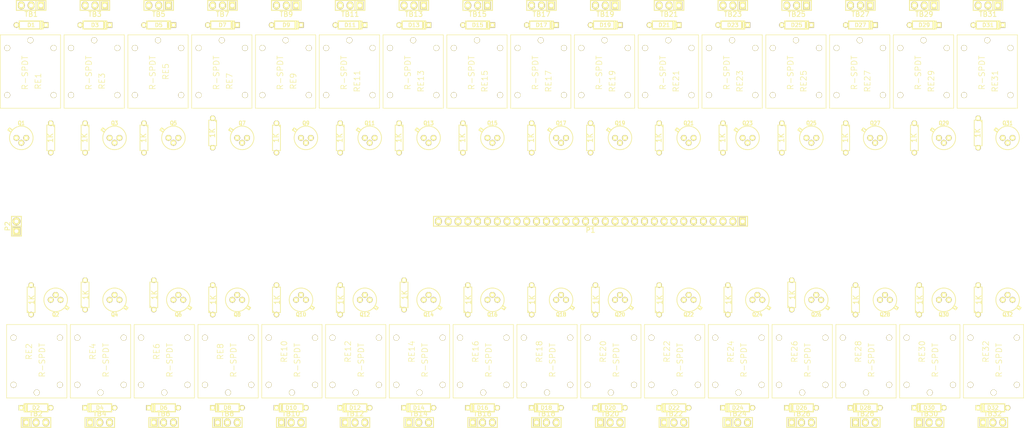
<source format=kicad_pcb>
(kicad_pcb (version 3) (host pcbnew "(2014-jan-25)-product")
  (layers (15 F.Cu signal) (0 B.Cu signal) (18 B.Paste user) (19 F.Paste user) (20 B.SilkS user) (21 F.SilkS user) (22 B.Mask user) (23 F.Mask user) (28 Edge.Cuts user))
  (net 0 "")
  (net 1 Pin1)
  (net 2 Pin2)
  (net 3 Pin3)
  (net 4 Pin4)
  (net 5 Pin5)
  (net 6 Pin6)
  (net 7 Pin7)
  (net 8 Pin8)
  (net 9 Pin9)
  (net 10 Pin10)
  (net 11 Pin11)
  (net 12 Pin12)
  (net 13 Pin13)
  (net 14 Pin14)
  (net 15 Pin15)
  (net 16 Pin16)
  (net 17 Pin17)
  (net 18 Pin18)
  (net 19 Pin19)
  (net 20 Pin20)
  (net 21 Pin21)
  (net 22 Pin22)
  (net 23 Pin23)
  (net 24 Pin24)
  (net 25 Pin25)
  (net 26 Pin26)
  (net 27 Pin27)
  (net 28 Pin28)
  (net 29 Pin29)
  (net 30 Pin30)
  (net 31 Pin31)
  (net 32 Pin32)
  (net 33 +5V)
  (net 34 GND)
  (net 35 "Net-(Q1-Pad2)")
  (net 36 "Net-(Q2-Pad2)")
  (net 37 "Net-(Q3-Pad2)")
  (net 38 "Net-(Q4-Pad2)")
  (net 39 "Net-(Q5-Pad2)")
  (net 40 "Net-(Q6-Pad2)")
  (net 41 "Net-(Q7-Pad2)")
  (net 42 "Net-(Q8-Pad2)")
  (net 43 "Net-(Q9-Pad2)")
  (net 44 "Net-(Q10-Pad2)")
  (net 45 "Net-(Q11-Pad2)")
  (net 46 "Net-(Q12-Pad2)")
  (net 47 "Net-(Q13-Pad2)")
  (net 48 "Net-(Q14-Pad2)")
  (net 49 "Net-(Q15-Pad2)")
  (net 50 "Net-(Q16-Pad2)")
  (net 51 "Net-(Q17-Pad2)")
  (net 52 "Net-(Q18-Pad2)")
  (net 53 "Net-(Q19-Pad2)")
  (net 54 "Net-(Q20-Pad2)")
  (net 55 "Net-(Q21-Pad2)")
  (net 56 "Net-(Q22-Pad2)")
  (net 57 "Net-(Q23-Pad2)")
  (net 58 "Net-(Q24-Pad2)")
  (net 59 "Net-(Q25-Pad2)")
  (net 60 "Net-(Q26-Pad2)")
  (net 61 "Net-(Q27-Pad2)")
  (net 62 "Net-(Q28-Pad2)")
  (net 63 "Net-(Q29-Pad2)")
  (net 64 "Net-(Q30-Pad2)")
  (net 65 "Net-(Q31-Pad2)")
  (net 66 "Net-(Q32-Pad2)")
  (net 67 "Net-(RE1-Pad2)")
  (net 68 "Net-(RE1-Pad1)")
  (net 69 "Net-(RE1-Pad3)")
  (net 70 "Net-(RE2-Pad2)")
  (net 71 "Net-(RE2-Pad1)")
  (net 72 "Net-(RE2-Pad3)")
  (net 73 "Net-(RE3-Pad2)")
  (net 74 "Net-(RE3-Pad1)")
  (net 75 "Net-(RE3-Pad3)")
  (net 76 "Net-(RE4-Pad2)")
  (net 77 "Net-(RE4-Pad1)")
  (net 78 "Net-(RE4-Pad3)")
  (net 79 "Net-(RE5-Pad2)")
  (net 80 "Net-(RE5-Pad1)")
  (net 81 "Net-(RE5-Pad3)")
  (net 82 "Net-(RE6-Pad2)")
  (net 83 "Net-(RE6-Pad1)")
  (net 84 "Net-(RE6-Pad3)")
  (net 85 "Net-(RE7-Pad2)")
  (net 86 "Net-(RE7-Pad1)")
  (net 87 "Net-(RE7-Pad3)")
  (net 88 "Net-(RE8-Pad2)")
  (net 89 "Net-(RE8-Pad1)")
  (net 90 "Net-(RE8-Pad3)")
  (net 91 "Net-(RE9-Pad2)")
  (net 92 "Net-(RE9-Pad1)")
  (net 93 "Net-(RE9-Pad3)")
  (net 94 "Net-(RE10-Pad2)")
  (net 95 "Net-(RE10-Pad1)")
  (net 96 "Net-(RE10-Pad3)")
  (net 97 "Net-(RE11-Pad2)")
  (net 98 "Net-(RE11-Pad1)")
  (net 99 "Net-(RE11-Pad3)")
  (net 100 "Net-(RE12-Pad2)")
  (net 101 "Net-(RE12-Pad1)")
  (net 102 "Net-(RE12-Pad3)")
  (net 103 "Net-(RE13-Pad2)")
  (net 104 "Net-(RE13-Pad1)")
  (net 105 "Net-(RE13-Pad3)")
  (net 106 "Net-(RE14-Pad2)")
  (net 107 "Net-(RE14-Pad1)")
  (net 108 "Net-(RE14-Pad3)")
  (net 109 "Net-(RE15-Pad2)")
  (net 110 "Net-(RE15-Pad1)")
  (net 111 "Net-(RE15-Pad3)")
  (net 112 "Net-(RE16-Pad2)")
  (net 113 "Net-(RE16-Pad1)")
  (net 114 "Net-(RE16-Pad3)")
  (net 115 "Net-(RE17-Pad2)")
  (net 116 "Net-(RE17-Pad1)")
  (net 117 "Net-(RE17-Pad3)")
  (net 118 "Net-(RE18-Pad2)")
  (net 119 "Net-(RE18-Pad1)")
  (net 120 "Net-(RE18-Pad3)")
  (net 121 "Net-(RE19-Pad2)")
  (net 122 "Net-(RE19-Pad1)")
  (net 123 "Net-(RE19-Pad3)")
  (net 124 "Net-(RE20-Pad2)")
  (net 125 "Net-(RE20-Pad1)")
  (net 126 "Net-(RE20-Pad3)")
  (net 127 "Net-(RE21-Pad2)")
  (net 128 "Net-(RE21-Pad1)")
  (net 129 "Net-(RE21-Pad3)")
  (net 130 "Net-(RE22-Pad2)")
  (net 131 "Net-(RE22-Pad1)")
  (net 132 "Net-(RE22-Pad3)")
  (net 133 "Net-(RE23-Pad2)")
  (net 134 "Net-(RE23-Pad1)")
  (net 135 "Net-(RE23-Pad3)")
  (net 136 "Net-(RE24-Pad2)")
  (net 137 "Net-(RE24-Pad1)")
  (net 138 "Net-(RE24-Pad3)")
  (net 139 "Net-(RE25-Pad2)")
  (net 140 "Net-(RE25-Pad1)")
  (net 141 "Net-(RE25-Pad3)")
  (net 142 "Net-(RE26-Pad2)")
  (net 143 "Net-(RE26-Pad1)")
  (net 144 "Net-(RE26-Pad3)")
  (net 145 "Net-(RE27-Pad2)")
  (net 146 "Net-(RE27-Pad1)")
  (net 147 "Net-(RE27-Pad3)")
  (net 148 "Net-(RE28-Pad2)")
  (net 149 "Net-(RE28-Pad1)")
  (net 150 "Net-(RE28-Pad3)")
  (net 151 "Net-(RE29-Pad2)")
  (net 152 "Net-(RE29-Pad1)")
  (net 153 "Net-(RE29-Pad3)")
  (net 154 "Net-(RE30-Pad2)")
  (net 155 "Net-(RE30-Pad1)")
  (net 156 "Net-(RE30-Pad3)")
  (net 157 "Net-(RE31-Pad2)")
  (net 158 "Net-(RE31-Pad1)")
  (net 159 "Net-(RE31-Pad3)")
  (net 160 "Net-(RE32-Pad2)")
  (net 161 "Net-(RE32-Pad1)")
  (net 162 "Net-(RE32-Pad3)")
  (net 163 "Net-(D1-Pad1)")
  (net 164 "Net-(D2-Pad1)")
  (net 165 "Net-(D3-Pad1)")
  (net 166 "Net-(D4-Pad1)")
  (net 167 "Net-(D5-Pad1)")
  (net 168 "Net-(D6-Pad1)")
  (net 169 "Net-(D7-Pad1)")
  (net 170 "Net-(D8-Pad1)")
  (net 171 "Net-(D9-Pad1)")
  (net 172 "Net-(D10-Pad1)")
  (net 173 "Net-(D11-Pad1)")
  (net 174 "Net-(D12-Pad1)")
  (net 175 "Net-(D13-Pad1)")
  (net 176 "Net-(D14-Pad1)")
  (net 177 "Net-(D15-Pad1)")
  (net 178 "Net-(D16-Pad1)")
  (net 179 "Net-(D17-Pad1)")
  (net 180 "Net-(D18-Pad1)")
  (net 181 "Net-(D19-Pad1)")
  (net 182 "Net-(D20-Pad1)")
  (net 183 "Net-(D21-Pad1)")
  (net 184 "Net-(D22-Pad1)")
  (net 185 "Net-(D23-Pad1)")
  (net 186 "Net-(D24-Pad1)")
  (net 187 "Net-(D25-Pad1)")
  (net 188 "Net-(D26-Pad1)")
  (net 189 "Net-(D27-Pad1)")
  (net 190 "Net-(D28-Pad1)")
  (net 191 "Net-(D29-Pad1)")
  (net 192 "Net-(D30-Pad1)")
  (net 193 "Net-(D31-Pad1)")
  (net 194 "Net-(D32-Pad1)")
  (module Pin_Headers:Pin_Header_Straight_1x02 (layer F.Cu) (at 71.12 101.6 90)
    (fp_text reference P2 (at 0 -2.286 90) (layer F.SilkS) (effects (font (size 1.27 1.27) (thickness 0.2032))))
    (fp_text value CONN_2 hide)
    (pad 1 thru_hole rect (at -1.27 0 90) (size 2.032 2.032) (drill 1.016) (layers *.Cu *.Mask F.SilkS) (net 33 +5V))
    (pad 2 thru_hole oval (at 1.27 0 90) (size 2.032 2.032) (drill 1.016) (layers *.Cu *.Mask F.SilkS) (net 34 GND))
  )
  (module Discret:TO18CBE (layer F.Cu) (at 72.39 78.74)
    (fp_text reference Q1 (at 0 -3.81) (layer F.SilkS) (effects (font (size 1.016 0.889) (thickness 0.2032))))
    (fp_text value NPN hide)
    (pad 2 thru_hole circle (at 0 1.27) (size 1.524 1.524) (drill 0.7874) (layers *.Cu *.Mask F.SilkS) (net 35 "Net-(Q1-Pad2)"))
    (pad 1 thru_hole circle (at 1.27 0) (size 1.524 1.524) (drill 0.7874) (layers *.Cu *.Mask F.SilkS) (net 34 GND))
    (pad 3 thru_hole circle (at -1.27 0) (size 1.524 1.524) (drill 0.7874) (layers *.Cu *.Mask F.SilkS) (net 163 "Net-(D1-Pad1)"))
  )
  (module Discret:TO18CBE (layer F.Cu) (at 81.28 120.65 180)
    (fp_text reference Q2 (at 0 -3.81 180) (layer F.SilkS) (effects (font (size 1.016 0.889) (thickness 0.2032))))
    (fp_text value NPN hide)
    (pad 2 thru_hole circle (at 0 1.27 180) (size 1.524 1.524) (drill 0.7874) (layers *.Cu *.Mask F.SilkS) (net 36 "Net-(Q2-Pad2)"))
    (pad 1 thru_hole circle (at 1.27 0 180) (size 1.524 1.524) (drill 0.7874) (layers *.Cu *.Mask F.SilkS) (net 34 GND))
    (pad 3 thru_hole circle (at -1.27 0 180) (size 1.524 1.524) (drill 0.7874) (layers *.Cu *.Mask F.SilkS) (net 164 "Net-(D2-Pad1)"))
  )
  (module Discret:TO18CBE (layer F.Cu) (at 96.52 78.74)
    (fp_text reference Q3 (at 0 -3.81) (layer F.SilkS) (effects (font (size 1.016 0.889) (thickness 0.2032))))
    (fp_text value NPN hide)
    (pad 2 thru_hole circle (at 0 1.27) (size 1.524 1.524) (drill 0.7874) (layers *.Cu *.Mask F.SilkS) (net 37 "Net-(Q3-Pad2)"))
    (pad 1 thru_hole circle (at 1.27 0) (size 1.524 1.524) (drill 0.7874) (layers *.Cu *.Mask F.SilkS) (net 34 GND))
    (pad 3 thru_hole circle (at -1.27 0) (size 1.524 1.524) (drill 0.7874) (layers *.Cu *.Mask F.SilkS) (net 165 "Net-(D3-Pad1)"))
  )
  (module Discret:TO18CBE (layer F.Cu) (at 96.52 120.65 180)
    (fp_text reference Q4 (at 0 -3.81 180) (layer F.SilkS) (effects (font (size 1.016 0.889) (thickness 0.2032))))
    (fp_text value NPN hide)
    (pad 2 thru_hole circle (at 0 1.27 180) (size 1.524 1.524) (drill 0.7874) (layers *.Cu *.Mask F.SilkS) (net 38 "Net-(Q4-Pad2)"))
    (pad 1 thru_hole circle (at 1.27 0 180) (size 1.524 1.524) (drill 0.7874) (layers *.Cu *.Mask F.SilkS) (net 34 GND))
    (pad 3 thru_hole circle (at -1.27 0 180) (size 1.524 1.524) (drill 0.7874) (layers *.Cu *.Mask F.SilkS) (net 166 "Net-(D4-Pad1)"))
  )
  (module Discret:TO18CBE (layer F.Cu) (at 111.76 78.74)
    (fp_text reference Q5 (at 0 -3.81) (layer F.SilkS) (effects (font (size 1.016 0.889) (thickness 0.2032))))
    (fp_text value NPN hide)
    (pad 2 thru_hole circle (at 0 1.27) (size 1.524 1.524) (drill 0.7874) (layers *.Cu *.Mask F.SilkS) (net 39 "Net-(Q5-Pad2)"))
    (pad 1 thru_hole circle (at 1.27 0) (size 1.524 1.524) (drill 0.7874) (layers *.Cu *.Mask F.SilkS) (net 34 GND))
    (pad 3 thru_hole circle (at -1.27 0) (size 1.524 1.524) (drill 0.7874) (layers *.Cu *.Mask F.SilkS) (net 167 "Net-(D5-Pad1)"))
  )
  (module Discret:TO18CBE (layer F.Cu) (at 113.03 120.65 180)
    (fp_text reference Q6 (at 0 -3.81 180) (layer F.SilkS) (effects (font (size 1.016 0.889) (thickness 0.2032))))
    (fp_text value NPN hide)
    (pad 2 thru_hole circle (at 0 1.27 180) (size 1.524 1.524) (drill 0.7874) (layers *.Cu *.Mask F.SilkS) (net 40 "Net-(Q6-Pad2)"))
    (pad 1 thru_hole circle (at 1.27 0 180) (size 1.524 1.524) (drill 0.7874) (layers *.Cu *.Mask F.SilkS) (net 34 GND))
    (pad 3 thru_hole circle (at -1.27 0 180) (size 1.524 1.524) (drill 0.7874) (layers *.Cu *.Mask F.SilkS) (net 168 "Net-(D6-Pad1)"))
  )
  (module Discret:TO18CBE (layer F.Cu) (at 129.54 78.74)
    (fp_text reference Q7 (at 0 -3.81) (layer F.SilkS) (effects (font (size 1.016 0.889) (thickness 0.2032))))
    (fp_text value NPN hide)
    (pad 2 thru_hole circle (at 0 1.27) (size 1.524 1.524) (drill 0.7874) (layers *.Cu *.Mask F.SilkS) (net 41 "Net-(Q7-Pad2)"))
    (pad 1 thru_hole circle (at 1.27 0) (size 1.524 1.524) (drill 0.7874) (layers *.Cu *.Mask F.SilkS) (net 34 GND))
    (pad 3 thru_hole circle (at -1.27 0) (size 1.524 1.524) (drill 0.7874) (layers *.Cu *.Mask F.SilkS) (net 169 "Net-(D7-Pad1)"))
  )
  (module Discret:TO18CBE (layer F.Cu) (at 128.27 120.65 180)
    (fp_text reference Q8 (at 0 -3.81 180) (layer F.SilkS) (effects (font (size 1.016 0.889) (thickness 0.2032))))
    (fp_text value NPN hide)
    (pad 2 thru_hole circle (at 0 1.27 180) (size 1.524 1.524) (drill 0.7874) (layers *.Cu *.Mask F.SilkS) (net 42 "Net-(Q8-Pad2)"))
    (pad 1 thru_hole circle (at 1.27 0 180) (size 1.524 1.524) (drill 0.7874) (layers *.Cu *.Mask F.SilkS) (net 34 GND))
    (pad 3 thru_hole circle (at -1.27 0 180) (size 1.524 1.524) (drill 0.7874) (layers *.Cu *.Mask F.SilkS) (net 170 "Net-(D8-Pad1)"))
  )
  (module Discret:TO18CBE (layer F.Cu) (at 146.05 78.74)
    (fp_text reference Q9 (at 0 -3.81) (layer F.SilkS) (effects (font (size 1.016 0.889) (thickness 0.2032))))
    (fp_text value NPN hide)
    (pad 2 thru_hole circle (at 0 1.27) (size 1.524 1.524) (drill 0.7874) (layers *.Cu *.Mask F.SilkS) (net 43 "Net-(Q9-Pad2)"))
    (pad 1 thru_hole circle (at 1.27 0) (size 1.524 1.524) (drill 0.7874) (layers *.Cu *.Mask F.SilkS) (net 34 GND))
    (pad 3 thru_hole circle (at -1.27 0) (size 1.524 1.524) (drill 0.7874) (layers *.Cu *.Mask F.SilkS) (net 171 "Net-(D9-Pad1)"))
  )
  (module Discret:TO18CBE (layer F.Cu) (at 144.78 120.65 180)
    (fp_text reference Q10 (at 0 -3.81 180) (layer F.SilkS) (effects (font (size 1.016 0.889) (thickness 0.2032))))
    (fp_text value NPN hide)
    (pad 2 thru_hole circle (at 0 1.27 180) (size 1.524 1.524) (drill 0.7874) (layers *.Cu *.Mask F.SilkS) (net 44 "Net-(Q10-Pad2)"))
    (pad 1 thru_hole circle (at 1.27 0 180) (size 1.524 1.524) (drill 0.7874) (layers *.Cu *.Mask F.SilkS) (net 34 GND))
    (pad 3 thru_hole circle (at -1.27 0 180) (size 1.524 1.524) (drill 0.7874) (layers *.Cu *.Mask F.SilkS) (net 172 "Net-(D10-Pad1)"))
  )
  (module Discret:TO18CBE (layer F.Cu) (at 162.56 78.74)
    (fp_text reference Q11 (at 0 -3.81) (layer F.SilkS) (effects (font (size 1.016 0.889) (thickness 0.2032))))
    (fp_text value NPN hide)
    (pad 2 thru_hole circle (at 0 1.27) (size 1.524 1.524) (drill 0.7874) (layers *.Cu *.Mask F.SilkS) (net 45 "Net-(Q11-Pad2)"))
    (pad 1 thru_hole circle (at 1.27 0) (size 1.524 1.524) (drill 0.7874) (layers *.Cu *.Mask F.SilkS) (net 34 GND))
    (pad 3 thru_hole circle (at -1.27 0) (size 1.524 1.524) (drill 0.7874) (layers *.Cu *.Mask F.SilkS) (net 173 "Net-(D11-Pad1)"))
  )
  (module Discret:TO18CBE (layer F.Cu) (at 161.29 120.65 180)
    (fp_text reference Q12 (at 0 -3.81 180) (layer F.SilkS) (effects (font (size 1.016 0.889) (thickness 0.2032))))
    (fp_text value NPN hide)
    (pad 2 thru_hole circle (at 0 1.27 180) (size 1.524 1.524) (drill 0.7874) (layers *.Cu *.Mask F.SilkS) (net 46 "Net-(Q12-Pad2)"))
    (pad 1 thru_hole circle (at 1.27 0 180) (size 1.524 1.524) (drill 0.7874) (layers *.Cu *.Mask F.SilkS) (net 34 GND))
    (pad 3 thru_hole circle (at -1.27 0 180) (size 1.524 1.524) (drill 0.7874) (layers *.Cu *.Mask F.SilkS) (net 174 "Net-(D12-Pad1)"))
  )
  (module Discret:TO18CBE (layer F.Cu) (at 177.8 78.74)
    (fp_text reference Q13 (at 0 -3.81) (layer F.SilkS) (effects (font (size 1.016 0.889) (thickness 0.2032))))
    (fp_text value NPN hide)
    (pad 2 thru_hole circle (at 0 1.27) (size 1.524 1.524) (drill 0.7874) (layers *.Cu *.Mask F.SilkS) (net 47 "Net-(Q13-Pad2)"))
    (pad 1 thru_hole circle (at 1.27 0) (size 1.524 1.524) (drill 0.7874) (layers *.Cu *.Mask F.SilkS) (net 34 GND))
    (pad 3 thru_hole circle (at -1.27 0) (size 1.524 1.524) (drill 0.7874) (layers *.Cu *.Mask F.SilkS) (net 175 "Net-(D13-Pad1)"))
  )
  (module Discret:TO18CBE (layer F.Cu) (at 177.8 120.65 180)
    (fp_text reference Q14 (at 0 -3.81 180) (layer F.SilkS) (effects (font (size 1.016 0.889) (thickness 0.2032))))
    (fp_text value NPN hide)
    (pad 2 thru_hole circle (at 0 1.27 180) (size 1.524 1.524) (drill 0.7874) (layers *.Cu *.Mask F.SilkS) (net 48 "Net-(Q14-Pad2)"))
    (pad 1 thru_hole circle (at 1.27 0 180) (size 1.524 1.524) (drill 0.7874) (layers *.Cu *.Mask F.SilkS) (net 34 GND))
    (pad 3 thru_hole circle (at -1.27 0 180) (size 1.524 1.524) (drill 0.7874) (layers *.Cu *.Mask F.SilkS) (net 176 "Net-(D14-Pad1)"))
  )
  (module Discret:TO18CBE (layer F.Cu) (at 194.31 78.74)
    (fp_text reference Q15 (at 0 -3.81) (layer F.SilkS) (effects (font (size 1.016 0.889) (thickness 0.2032))))
    (fp_text value NPN hide)
    (pad 2 thru_hole circle (at 0 1.27) (size 1.524 1.524) (drill 0.7874) (layers *.Cu *.Mask F.SilkS) (net 49 "Net-(Q15-Pad2)"))
    (pad 1 thru_hole circle (at 1.27 0) (size 1.524 1.524) (drill 0.7874) (layers *.Cu *.Mask F.SilkS) (net 34 GND))
    (pad 3 thru_hole circle (at -1.27 0) (size 1.524 1.524) (drill 0.7874) (layers *.Cu *.Mask F.SilkS) (net 177 "Net-(D15-Pad1)"))
  )
  (module Discret:TO18CBE (layer F.Cu) (at 194.31 120.65 180)
    (fp_text reference Q16 (at 0 -3.81 180) (layer F.SilkS) (effects (font (size 1.016 0.889) (thickness 0.2032))))
    (fp_text value NPN hide)
    (pad 2 thru_hole circle (at 0 1.27 180) (size 1.524 1.524) (drill 0.7874) (layers *.Cu *.Mask F.SilkS) (net 50 "Net-(Q16-Pad2)"))
    (pad 1 thru_hole circle (at 1.27 0 180) (size 1.524 1.524) (drill 0.7874) (layers *.Cu *.Mask F.SilkS) (net 34 GND))
    (pad 3 thru_hole circle (at -1.27 0 180) (size 1.524 1.524) (drill 0.7874) (layers *.Cu *.Mask F.SilkS) (net 178 "Net-(D16-Pad1)"))
  )
  (module Discret:TO18CBE (layer F.Cu) (at 212.09 78.74)
    (fp_text reference Q17 (at 0 -3.81) (layer F.SilkS) (effects (font (size 1.016 0.889) (thickness 0.2032))))
    (fp_text value NPN hide)
    (pad 2 thru_hole circle (at 0 1.27) (size 1.524 1.524) (drill 0.7874) (layers *.Cu *.Mask F.SilkS) (net 51 "Net-(Q17-Pad2)"))
    (pad 1 thru_hole circle (at 1.27 0) (size 1.524 1.524) (drill 0.7874) (layers *.Cu *.Mask F.SilkS) (net 34 GND))
    (pad 3 thru_hole circle (at -1.27 0) (size 1.524 1.524) (drill 0.7874) (layers *.Cu *.Mask F.SilkS) (net 179 "Net-(D17-Pad1)"))
  )
  (module Discret:TO18CBE (layer F.Cu) (at 212.09 120.65 180)
    (fp_text reference Q18 (at 0 -3.81 180) (layer F.SilkS) (effects (font (size 1.016 0.889) (thickness 0.2032))))
    (fp_text value NPN hide)
    (pad 2 thru_hole circle (at 0 1.27 180) (size 1.524 1.524) (drill 0.7874) (layers *.Cu *.Mask F.SilkS) (net 52 "Net-(Q18-Pad2)"))
    (pad 1 thru_hole circle (at 1.27 0 180) (size 1.524 1.524) (drill 0.7874) (layers *.Cu *.Mask F.SilkS) (net 34 GND))
    (pad 3 thru_hole circle (at -1.27 0 180) (size 1.524 1.524) (drill 0.7874) (layers *.Cu *.Mask F.SilkS) (net 180 "Net-(D18-Pad1)"))
  )
  (module Discret:TO18CBE (layer F.Cu) (at 227.33 78.74)
    (fp_text reference Q19 (at 0 -3.81) (layer F.SilkS) (effects (font (size 1.016 0.889) (thickness 0.2032))))
    (fp_text value NPN hide)
    (pad 2 thru_hole circle (at 0 1.27) (size 1.524 1.524) (drill 0.7874) (layers *.Cu *.Mask F.SilkS) (net 53 "Net-(Q19-Pad2)"))
    (pad 1 thru_hole circle (at 1.27 0) (size 1.524 1.524) (drill 0.7874) (layers *.Cu *.Mask F.SilkS) (net 34 GND))
    (pad 3 thru_hole circle (at -1.27 0) (size 1.524 1.524) (drill 0.7874) (layers *.Cu *.Mask F.SilkS) (net 181 "Net-(D19-Pad1)"))
  )
  (module Discret:TO18CBE (layer F.Cu) (at 227.33 120.65 180)
    (fp_text reference Q20 (at 0 -3.81 180) (layer F.SilkS) (effects (font (size 1.016 0.889) (thickness 0.2032))))
    (fp_text value NPN hide)
    (pad 2 thru_hole circle (at 0 1.27 180) (size 1.524 1.524) (drill 0.7874) (layers *.Cu *.Mask F.SilkS) (net 54 "Net-(Q20-Pad2)"))
    (pad 1 thru_hole circle (at 1.27 0 180) (size 1.524 1.524) (drill 0.7874) (layers *.Cu *.Mask F.SilkS) (net 34 GND))
    (pad 3 thru_hole circle (at -1.27 0 180) (size 1.524 1.524) (drill 0.7874) (layers *.Cu *.Mask F.SilkS) (net 182 "Net-(D20-Pad1)"))
  )
  (module Discret:TO18CBE (layer F.Cu) (at 245.11 78.74)
    (fp_text reference Q21 (at 0 -3.81) (layer F.SilkS) (effects (font (size 1.016 0.889) (thickness 0.2032))))
    (fp_text value NPN hide)
    (pad 2 thru_hole circle (at 0 1.27) (size 1.524 1.524) (drill 0.7874) (layers *.Cu *.Mask F.SilkS) (net 55 "Net-(Q21-Pad2)"))
    (pad 1 thru_hole circle (at 1.27 0) (size 1.524 1.524) (drill 0.7874) (layers *.Cu *.Mask F.SilkS) (net 34 GND))
    (pad 3 thru_hole circle (at -1.27 0) (size 1.524 1.524) (drill 0.7874) (layers *.Cu *.Mask F.SilkS) (net 183 "Net-(D21-Pad1)"))
  )
  (module Discret:TO18CBE (layer F.Cu) (at 245.11 120.65 180)
    (fp_text reference Q22 (at 0 -3.81 180) (layer F.SilkS) (effects (font (size 1.016 0.889) (thickness 0.2032))))
    (fp_text value NPN hide)
    (pad 2 thru_hole circle (at 0 1.27 180) (size 1.524 1.524) (drill 0.7874) (layers *.Cu *.Mask F.SilkS) (net 56 "Net-(Q22-Pad2)"))
    (pad 1 thru_hole circle (at 1.27 0 180) (size 1.524 1.524) (drill 0.7874) (layers *.Cu *.Mask F.SilkS) (net 34 GND))
    (pad 3 thru_hole circle (at -1.27 0 180) (size 1.524 1.524) (drill 0.7874) (layers *.Cu *.Mask F.SilkS) (net 184 "Net-(D22-Pad1)"))
  )
  (module Discret:TO18CBE (layer F.Cu) (at 260.35 78.74)
    (fp_text reference Q23 (at 0 -3.81) (layer F.SilkS) (effects (font (size 1.016 0.889) (thickness 0.2032))))
    (fp_text value NPN hide)
    (pad 2 thru_hole circle (at 0 1.27) (size 1.524 1.524) (drill 0.7874) (layers *.Cu *.Mask F.SilkS) (net 57 "Net-(Q23-Pad2)"))
    (pad 1 thru_hole circle (at 1.27 0) (size 1.524 1.524) (drill 0.7874) (layers *.Cu *.Mask F.SilkS) (net 34 GND))
    (pad 3 thru_hole circle (at -1.27 0) (size 1.524 1.524) (drill 0.7874) (layers *.Cu *.Mask F.SilkS) (net 185 "Net-(D23-Pad1)"))
  )
  (module Discret:TO18CBE (layer F.Cu) (at 262.89 120.65 180)
    (fp_text reference Q24 (at 0 -3.81 180) (layer F.SilkS) (effects (font (size 1.016 0.889) (thickness 0.2032))))
    (fp_text value NPN hide)
    (pad 2 thru_hole circle (at 0 1.27 180) (size 1.524 1.524) (drill 0.7874) (layers *.Cu *.Mask F.SilkS) (net 58 "Net-(Q24-Pad2)"))
    (pad 1 thru_hole circle (at 1.27 0 180) (size 1.524 1.524) (drill 0.7874) (layers *.Cu *.Mask F.SilkS) (net 34 GND))
    (pad 3 thru_hole circle (at -1.27 0 180) (size 1.524 1.524) (drill 0.7874) (layers *.Cu *.Mask F.SilkS) (net 186 "Net-(D24-Pad1)"))
  )
  (module Discret:TO18CBE (layer F.Cu) (at 276.86 78.74)
    (fp_text reference Q25 (at 0 -3.81) (layer F.SilkS) (effects (font (size 1.016 0.889) (thickness 0.2032))))
    (fp_text value NPN hide)
    (pad 2 thru_hole circle (at 0 1.27) (size 1.524 1.524) (drill 0.7874) (layers *.Cu *.Mask F.SilkS) (net 59 "Net-(Q25-Pad2)"))
    (pad 1 thru_hole circle (at 1.27 0) (size 1.524 1.524) (drill 0.7874) (layers *.Cu *.Mask F.SilkS) (net 34 GND))
    (pad 3 thru_hole circle (at -1.27 0) (size 1.524 1.524) (drill 0.7874) (layers *.Cu *.Mask F.SilkS) (net 187 "Net-(D25-Pad1)"))
  )
  (module Discret:TO18CBE (layer F.Cu) (at 278.13 120.65 180)
    (fp_text reference Q26 (at 0 -3.81 180) (layer F.SilkS) (effects (font (size 1.016 0.889) (thickness 0.2032))))
    (fp_text value NPN hide)
    (pad 2 thru_hole circle (at 0 1.27 180) (size 1.524 1.524) (drill 0.7874) (layers *.Cu *.Mask F.SilkS) (net 60 "Net-(Q26-Pad2)"))
    (pad 1 thru_hole circle (at 1.27 0 180) (size 1.524 1.524) (drill 0.7874) (layers *.Cu *.Mask F.SilkS) (net 34 GND))
    (pad 3 thru_hole circle (at -1.27 0 180) (size 1.524 1.524) (drill 0.7874) (layers *.Cu *.Mask F.SilkS) (net 188 "Net-(D26-Pad1)"))
  )
  (module Discret:TO18CBE (layer F.Cu) (at 293.37 78.74)
    (fp_text reference Q27 (at 0 -3.81) (layer F.SilkS) (effects (font (size 1.016 0.889) (thickness 0.2032))))
    (fp_text value NPN hide)
    (pad 2 thru_hole circle (at 0 1.27) (size 1.524 1.524) (drill 0.7874) (layers *.Cu *.Mask F.SilkS) (net 61 "Net-(Q27-Pad2)"))
    (pad 1 thru_hole circle (at 1.27 0) (size 1.524 1.524) (drill 0.7874) (layers *.Cu *.Mask F.SilkS) (net 34 GND))
    (pad 3 thru_hole circle (at -1.27 0) (size 1.524 1.524) (drill 0.7874) (layers *.Cu *.Mask F.SilkS) (net 189 "Net-(D27-Pad1)"))
  )
  (module Discret:TO18CBE (layer F.Cu) (at 295.91 120.65 180)
    (fp_text reference Q28 (at 0 -3.81 180) (layer F.SilkS) (effects (font (size 1.016 0.889) (thickness 0.2032))))
    (fp_text value NPN hide)
    (pad 2 thru_hole circle (at 0 1.27 180) (size 1.524 1.524) (drill 0.7874) (layers *.Cu *.Mask F.SilkS) (net 62 "Net-(Q28-Pad2)"))
    (pad 1 thru_hole circle (at 1.27 0 180) (size 1.524 1.524) (drill 0.7874) (layers *.Cu *.Mask F.SilkS) (net 34 GND))
    (pad 3 thru_hole circle (at -1.27 0 180) (size 1.524 1.524) (drill 0.7874) (layers *.Cu *.Mask F.SilkS) (net 190 "Net-(D28-Pad1)"))
  )
  (module Discret:TO18CBE (layer F.Cu) (at 311.15 78.74)
    (fp_text reference Q29 (at 0 -3.81) (layer F.SilkS) (effects (font (size 1.016 0.889) (thickness 0.2032))))
    (fp_text value NPN hide)
    (pad 2 thru_hole circle (at 0 1.27) (size 1.524 1.524) (drill 0.7874) (layers *.Cu *.Mask F.SilkS) (net 63 "Net-(Q29-Pad2)"))
    (pad 1 thru_hole circle (at 1.27 0) (size 1.524 1.524) (drill 0.7874) (layers *.Cu *.Mask F.SilkS) (net 34 GND))
    (pad 3 thru_hole circle (at -1.27 0) (size 1.524 1.524) (drill 0.7874) (layers *.Cu *.Mask F.SilkS) (net 191 "Net-(D29-Pad1)"))
  )
  (module Discret:TO18CBE (layer F.Cu) (at 311.15 120.65 180)
    (fp_text reference Q30 (at 0 -3.81 180) (layer F.SilkS) (effects (font (size 1.016 0.889) (thickness 0.2032))))
    (fp_text value NPN hide)
    (pad 2 thru_hole circle (at 0 1.27 180) (size 1.524 1.524) (drill 0.7874) (layers *.Cu *.Mask F.SilkS) (net 64 "Net-(Q30-Pad2)"))
    (pad 1 thru_hole circle (at 1.27 0 180) (size 1.524 1.524) (drill 0.7874) (layers *.Cu *.Mask F.SilkS) (net 34 GND))
    (pad 3 thru_hole circle (at -1.27 0 180) (size 1.524 1.524) (drill 0.7874) (layers *.Cu *.Mask F.SilkS) (net 192 "Net-(D30-Pad1)"))
  )
  (module Discret:TO18CBE (layer F.Cu) (at 327.66 78.74)
    (fp_text reference Q31 (at 0 -3.81) (layer F.SilkS) (effects (font (size 1.016 0.889) (thickness 0.2032))))
    (fp_text value NPN hide)
    (pad 2 thru_hole circle (at 0 1.27) (size 1.524 1.524) (drill 0.7874) (layers *.Cu *.Mask F.SilkS) (net 65 "Net-(Q31-Pad2)"))
    (pad 1 thru_hole circle (at 1.27 0) (size 1.524 1.524) (drill 0.7874) (layers *.Cu *.Mask F.SilkS) (net 34 GND))
    (pad 3 thru_hole circle (at -1.27 0) (size 1.524 1.524) (drill 0.7874) (layers *.Cu *.Mask F.SilkS) (net 193 "Net-(D31-Pad1)"))
  )
  (module Discret:TO18CBE (layer F.Cu) (at 327.66 120.65 180)
    (fp_text reference Q32 (at 0 -3.81 180) (layer F.SilkS) (effects (font (size 1.016 0.889) (thickness 0.2032))))
    (fp_text value NPN hide)
    (pad 2 thru_hole circle (at 0 1.27 180) (size 1.524 1.524) (drill 0.7874) (layers *.Cu *.Mask F.SilkS) (net 66 "Net-(Q32-Pad2)"))
    (pad 1 thru_hole circle (at 1.27 0 180) (size 1.524 1.524) (drill 0.7874) (layers *.Cu *.Mask F.SilkS) (net 34 GND))
    (pad 3 thru_hole circle (at -1.27 0 180) (size 1.524 1.524) (drill 0.7874) (layers *.Cu *.Mask F.SilkS) (net 194 "Net-(D32-Pad1)"))
  )
  (module Discret:R3 (layer F.Cu) (at 80.01 78.74 270)
    (fp_text reference R1 hide)
    (fp_text value 1K (at 0 0.127 270) (layer F.SilkS) (effects (font (size 1.397 1.27) (thickness 0.2032))))
    (pad 1 thru_hole circle (at -3.81 0 270) (size 1.397 1.397) (drill 0.8128) (layers *.Cu *.Mask F.SilkS) (net 35 "Net-(Q1-Pad2)"))
    (pad 2 thru_hole circle (at 3.81 0 270) (size 1.397 1.397) (drill 0.8128) (layers *.Cu *.Mask F.SilkS) (net 17 Pin17))
  )
  (module Discret:R3 (layer F.Cu) (at 74.93 120.65 90)
    (fp_text reference R2 hide)
    (fp_text value 1K (at 0 0.127 90) (layer F.SilkS) (effects (font (size 1.397 1.27) (thickness 0.2032))))
    (pad 1 thru_hole circle (at -3.81 0 90) (size 1.397 1.397) (drill 0.8128) (layers *.Cu *.Mask F.SilkS) (net 36 "Net-(Q2-Pad2)"))
    (pad 2 thru_hole circle (at 3.81 0 90) (size 1.397 1.397) (drill 0.8128) (layers *.Cu *.Mask F.SilkS) (net 1 Pin1))
  )
  (module Discret:R3 (layer F.Cu) (at 88.9 78.74 270)
    (fp_text reference R3 hide)
    (fp_text value 1K (at 0 0.127 270) (layer F.SilkS) (effects (font (size 1.397 1.27) (thickness 0.2032))))
    (pad 1 thru_hole circle (at -3.81 0 270) (size 1.397 1.397) (drill 0.8128) (layers *.Cu *.Mask F.SilkS) (net 37 "Net-(Q3-Pad2)"))
    (pad 2 thru_hole circle (at 3.81 0 270) (size 1.397 1.397) (drill 0.8128) (layers *.Cu *.Mask F.SilkS) (net 18 Pin18))
  )
  (module Discret:R3 (layer F.Cu) (at 88.9 119.38 90)
    (fp_text reference R4 hide)
    (fp_text value 1K (at 0 0.127 90) (layer F.SilkS) (effects (font (size 1.397 1.27) (thickness 0.2032))))
    (pad 1 thru_hole circle (at -3.81 0 90) (size 1.397 1.397) (drill 0.8128) (layers *.Cu *.Mask F.SilkS) (net 38 "Net-(Q4-Pad2)"))
    (pad 2 thru_hole circle (at 3.81 0 90) (size 1.397 1.397) (drill 0.8128) (layers *.Cu *.Mask F.SilkS) (net 2 Pin2))
  )
  (module Discret:R3 (layer F.Cu) (at 104.14 78.74 270)
    (fp_text reference R5 hide)
    (fp_text value 1K (at 0 0.127 270) (layer F.SilkS) (effects (font (size 1.397 1.27) (thickness 0.2032))))
    (pad 1 thru_hole circle (at -3.81 0 270) (size 1.397 1.397) (drill 0.8128) (layers *.Cu *.Mask F.SilkS) (net 39 "Net-(Q5-Pad2)"))
    (pad 2 thru_hole circle (at 3.81 0 270) (size 1.397 1.397) (drill 0.8128) (layers *.Cu *.Mask F.SilkS) (net 19 Pin19))
  )
  (module Discret:R3 (layer F.Cu) (at 106.68 119.38 90)
    (fp_text reference R6 hide)
    (fp_text value 1K (at 0 0.127 90) (layer F.SilkS) (effects (font (size 1.397 1.27) (thickness 0.2032))))
    (pad 1 thru_hole circle (at -3.81 0 90) (size 1.397 1.397) (drill 0.8128) (layers *.Cu *.Mask F.SilkS) (net 40 "Net-(Q6-Pad2)"))
    (pad 2 thru_hole circle (at 3.81 0 90) (size 1.397 1.397) (drill 0.8128) (layers *.Cu *.Mask F.SilkS) (net 3 Pin3))
  )
  (module Discret:R3 (layer F.Cu) (at 121.92 77.47 270)
    (fp_text reference R7 hide)
    (fp_text value 1K (at 0 0.127 270) (layer F.SilkS) (effects (font (size 1.397 1.27) (thickness 0.2032))))
    (pad 1 thru_hole circle (at -3.81 0 270) (size 1.397 1.397) (drill 0.8128) (layers *.Cu *.Mask F.SilkS) (net 41 "Net-(Q7-Pad2)"))
    (pad 2 thru_hole circle (at 3.81 0 270) (size 1.397 1.397) (drill 0.8128) (layers *.Cu *.Mask F.SilkS) (net 20 Pin20))
  )
  (module Discret:R3 (layer F.Cu) (at 121.92 120.65 90)
    (fp_text reference R8 hide)
    (fp_text value 1K (at 0 0.127 90) (layer F.SilkS) (effects (font (size 1.397 1.27) (thickness 0.2032))))
    (pad 1 thru_hole circle (at -3.81 0 90) (size 1.397 1.397) (drill 0.8128) (layers *.Cu *.Mask F.SilkS) (net 42 "Net-(Q8-Pad2)"))
    (pad 2 thru_hole circle (at 3.81 0 90) (size 1.397 1.397) (drill 0.8128) (layers *.Cu *.Mask F.SilkS) (net 4 Pin4))
  )
  (module Discret:R3 (layer F.Cu) (at 138.43 78.74 270)
    (fp_text reference R9 hide)
    (fp_text value 1K (at 0 0.127 270) (layer F.SilkS) (effects (font (size 1.397 1.27) (thickness 0.2032))))
    (pad 1 thru_hole circle (at -3.81 0 270) (size 1.397 1.397) (drill 0.8128) (layers *.Cu *.Mask F.SilkS) (net 43 "Net-(Q9-Pad2)"))
    (pad 2 thru_hole circle (at 3.81 0 270) (size 1.397 1.397) (drill 0.8128) (layers *.Cu *.Mask F.SilkS) (net 21 Pin21))
  )
  (module Discret:R3 (layer F.Cu) (at 138.43 120.65 90)
    (fp_text reference R10 hide)
    (fp_text value 1K (at 0 0.127 90) (layer F.SilkS) (effects (font (size 1.397 1.27) (thickness 0.2032))))
    (pad 1 thru_hole circle (at -3.81 0 90) (size 1.397 1.397) (drill 0.8128) (layers *.Cu *.Mask F.SilkS) (net 44 "Net-(Q10-Pad2)"))
    (pad 2 thru_hole circle (at 3.81 0 90) (size 1.397 1.397) (drill 0.8128) (layers *.Cu *.Mask F.SilkS) (net 5 Pin5))
  )
  (module Discret:R3 (layer F.Cu) (at 154.94 78.74 270)
    (fp_text reference R11 hide)
    (fp_text value 1K (at 0 0.127 270) (layer F.SilkS) (effects (font (size 1.397 1.27) (thickness 0.2032))))
    (pad 1 thru_hole circle (at -3.81 0 270) (size 1.397 1.397) (drill 0.8128) (layers *.Cu *.Mask F.SilkS) (net 45 "Net-(Q11-Pad2)"))
    (pad 2 thru_hole circle (at 3.81 0 270) (size 1.397 1.397) (drill 0.8128) (layers *.Cu *.Mask F.SilkS) (net 22 Pin22))
  )
  (module Discret:R3 (layer F.Cu) (at 154.94 120.65 90)
    (fp_text reference R12 hide)
    (fp_text value 1K (at 0 0.127 90) (layer F.SilkS) (effects (font (size 1.397 1.27) (thickness 0.2032))))
    (pad 1 thru_hole circle (at -3.81 0 90) (size 1.397 1.397) (drill 0.8128) (layers *.Cu *.Mask F.SilkS) (net 46 "Net-(Q12-Pad2)"))
    (pad 2 thru_hole circle (at 3.81 0 90) (size 1.397 1.397) (drill 0.8128) (layers *.Cu *.Mask F.SilkS) (net 6 Pin6))
  )
  (module Discret:R3 (layer F.Cu) (at 170.18 78.74 270)
    (fp_text reference R13 hide)
    (fp_text value 1K (at 0 0.127 270) (layer F.SilkS) (effects (font (size 1.397 1.27) (thickness 0.2032))))
    (pad 1 thru_hole circle (at -3.81 0 270) (size 1.397 1.397) (drill 0.8128) (layers *.Cu *.Mask F.SilkS) (net 47 "Net-(Q13-Pad2)"))
    (pad 2 thru_hole circle (at 3.81 0 270) (size 1.397 1.397) (drill 0.8128) (layers *.Cu *.Mask F.SilkS) (net 23 Pin23))
  )
  (module Discret:R3 (layer F.Cu) (at 171.45 119.38 90)
    (fp_text reference R14 hide)
    (fp_text value 1K (at 0 0.127 90) (layer F.SilkS) (effects (font (size 1.397 1.27) (thickness 0.2032))))
    (pad 1 thru_hole circle (at -3.81 0 90) (size 1.397 1.397) (drill 0.8128) (layers *.Cu *.Mask F.SilkS) (net 48 "Net-(Q14-Pad2)"))
    (pad 2 thru_hole circle (at 3.81 0 90) (size 1.397 1.397) (drill 0.8128) (layers *.Cu *.Mask F.SilkS) (net 7 Pin7))
  )
  (module Discret:R3 (layer F.Cu) (at 186.69 78.74 270)
    (fp_text reference R15 hide)
    (fp_text value 1K (at 0 0.127 270) (layer F.SilkS) (effects (font (size 1.397 1.27) (thickness 0.2032))))
    (pad 1 thru_hole circle (at -3.81 0 270) (size 1.397 1.397) (drill 0.8128) (layers *.Cu *.Mask F.SilkS) (net 49 "Net-(Q15-Pad2)"))
    (pad 2 thru_hole circle (at 3.81 0 270) (size 1.397 1.397) (drill 0.8128) (layers *.Cu *.Mask F.SilkS) (net 24 Pin24))
  )
  (module Discret:R3 (layer F.Cu) (at 187.96 120.65 90)
    (fp_text reference R16 hide)
    (fp_text value 1K (at 0 0.127 90) (layer F.SilkS) (effects (font (size 1.397 1.27) (thickness 0.2032))))
    (pad 1 thru_hole circle (at -3.81 0 90) (size 1.397 1.397) (drill 0.8128) (layers *.Cu *.Mask F.SilkS) (net 50 "Net-(Q16-Pad2)"))
    (pad 2 thru_hole circle (at 3.81 0 90) (size 1.397 1.397) (drill 0.8128) (layers *.Cu *.Mask F.SilkS) (net 8 Pin8))
  )
  (module Discret:R3 (layer F.Cu) (at 204.47 78.74 270)
    (fp_text reference R17 hide)
    (fp_text value 1K (at 0 0.127 270) (layer F.SilkS) (effects (font (size 1.397 1.27) (thickness 0.2032))))
    (pad 1 thru_hole circle (at -3.81 0 270) (size 1.397 1.397) (drill 0.8128) (layers *.Cu *.Mask F.SilkS) (net 51 "Net-(Q17-Pad2)"))
    (pad 2 thru_hole circle (at 3.81 0 270) (size 1.397 1.397) (drill 0.8128) (layers *.Cu *.Mask F.SilkS) (net 25 Pin25))
  )
  (module Discret:R3 (layer F.Cu) (at 204.47 120.65 90)
    (fp_text reference R18 hide)
    (fp_text value 1K (at 0 0.127 90) (layer F.SilkS) (effects (font (size 1.397 1.27) (thickness 0.2032))))
    (pad 1 thru_hole circle (at -3.81 0 90) (size 1.397 1.397) (drill 0.8128) (layers *.Cu *.Mask F.SilkS) (net 52 "Net-(Q18-Pad2)"))
    (pad 2 thru_hole circle (at 3.81 0 90) (size 1.397 1.397) (drill 0.8128) (layers *.Cu *.Mask F.SilkS) (net 9 Pin9))
  )
  (module Discret:R3 (layer F.Cu) (at 219.71 78.74 270)
    (fp_text reference R19 hide)
    (fp_text value 1K (at 0 0.127 270) (layer F.SilkS) (effects (font (size 1.397 1.27) (thickness 0.2032))))
    (pad 1 thru_hole circle (at -3.81 0 270) (size 1.397 1.397) (drill 0.8128) (layers *.Cu *.Mask F.SilkS) (net 53 "Net-(Q19-Pad2)"))
    (pad 2 thru_hole circle (at 3.81 0 270) (size 1.397 1.397) (drill 0.8128) (layers *.Cu *.Mask F.SilkS) (net 26 Pin26))
  )
  (module Discret:R3 (layer F.Cu) (at 220.98 120.65 90)
    (fp_text reference R20 hide)
    (fp_text value 1K (at 0 0.127 90) (layer F.SilkS) (effects (font (size 1.397 1.27) (thickness 0.2032))))
    (pad 1 thru_hole circle (at -3.81 0 90) (size 1.397 1.397) (drill 0.8128) (layers *.Cu *.Mask F.SilkS) (net 54 "Net-(Q20-Pad2)"))
    (pad 2 thru_hole circle (at 3.81 0 90) (size 1.397 1.397) (drill 0.8128) (layers *.Cu *.Mask F.SilkS) (net 10 Pin10))
  )
  (module Discret:R3 (layer F.Cu) (at 237.49 78.74 270)
    (fp_text reference R21 hide)
    (fp_text value 1K (at 0 0.127 270) (layer F.SilkS) (effects (font (size 1.397 1.27) (thickness 0.2032))))
    (pad 1 thru_hole circle (at -3.81 0 270) (size 1.397 1.397) (drill 0.8128) (layers *.Cu *.Mask F.SilkS) (net 55 "Net-(Q21-Pad2)"))
    (pad 2 thru_hole circle (at 3.81 0 270) (size 1.397 1.397) (drill 0.8128) (layers *.Cu *.Mask F.SilkS) (net 27 Pin27))
  )
  (module Discret:R3 (layer F.Cu) (at 237.49 120.65 90)
    (fp_text reference R22 hide)
    (fp_text value 1K (at 0 0.127 90) (layer F.SilkS) (effects (font (size 1.397 1.27) (thickness 0.2032))))
    (pad 1 thru_hole circle (at -3.81 0 90) (size 1.397 1.397) (drill 0.8128) (layers *.Cu *.Mask F.SilkS) (net 56 "Net-(Q22-Pad2)"))
    (pad 2 thru_hole circle (at 3.81 0 90) (size 1.397 1.397) (drill 0.8128) (layers *.Cu *.Mask F.SilkS) (net 11 Pin11))
  )
  (module Discret:R3 (layer F.Cu) (at 254 78.74 270)
    (fp_text reference R23 hide)
    (fp_text value 1K (at 0 0.127 270) (layer F.SilkS) (effects (font (size 1.397 1.27) (thickness 0.2032))))
    (pad 1 thru_hole circle (at -3.81 0 270) (size 1.397 1.397) (drill 0.8128) (layers *.Cu *.Mask F.SilkS) (net 57 "Net-(Q23-Pad2)"))
    (pad 2 thru_hole circle (at 3.81 0 270) (size 1.397 1.397) (drill 0.8128) (layers *.Cu *.Mask F.SilkS) (net 28 Pin28))
  )
  (module Discret:R3 (layer F.Cu) (at 255.27 120.65 90)
    (fp_text reference R24 hide)
    (fp_text value 1K (at 0 0.127 90) (layer F.SilkS) (effects (font (size 1.397 1.27) (thickness 0.2032))))
    (pad 1 thru_hole circle (at -3.81 0 90) (size 1.397 1.397) (drill 0.8128) (layers *.Cu *.Mask F.SilkS) (net 58 "Net-(Q24-Pad2)"))
    (pad 2 thru_hole circle (at 3.81 0 90) (size 1.397 1.397) (drill 0.8128) (layers *.Cu *.Mask F.SilkS) (net 12 Pin12))
  )
  (module Discret:R3 (layer F.Cu) (at 269.24 78.74 270)
    (fp_text reference R25 hide)
    (fp_text value 1K (at 0 0.127 270) (layer F.SilkS) (effects (font (size 1.397 1.27) (thickness 0.2032))))
    (pad 1 thru_hole circle (at -3.81 0 270) (size 1.397 1.397) (drill 0.8128) (layers *.Cu *.Mask F.SilkS) (net 59 "Net-(Q25-Pad2)"))
    (pad 2 thru_hole circle (at 3.81 0 270) (size 1.397 1.397) (drill 0.8128) (layers *.Cu *.Mask F.SilkS) (net 29 Pin29))
  )
  (module Discret:R3 (layer F.Cu) (at 271.78 119.38 90)
    (fp_text reference R26 hide)
    (fp_text value 1K (at 0 0.127 90) (layer F.SilkS) (effects (font (size 1.397 1.27) (thickness 0.2032))))
    (pad 1 thru_hole circle (at -3.81 0 90) (size 1.397 1.397) (drill 0.8128) (layers *.Cu *.Mask F.SilkS) (net 60 "Net-(Q26-Pad2)"))
    (pad 2 thru_hole circle (at 3.81 0 90) (size 1.397 1.397) (drill 0.8128) (layers *.Cu *.Mask F.SilkS) (net 13 Pin13))
  )
  (module Discret:R3 (layer F.Cu) (at 285.75 78.74 270)
    (fp_text reference R27 hide)
    (fp_text value 1K (at 0 0.127 270) (layer F.SilkS) (effects (font (size 1.397 1.27) (thickness 0.2032))))
    (pad 1 thru_hole circle (at -3.81 0 270) (size 1.397 1.397) (drill 0.8128) (layers *.Cu *.Mask F.SilkS) (net 61 "Net-(Q27-Pad2)"))
    (pad 2 thru_hole circle (at 3.81 0 270) (size 1.397 1.397) (drill 0.8128) (layers *.Cu *.Mask F.SilkS) (net 30 Pin30))
  )
  (module Discret:R3 (layer F.Cu) (at 288.29 120.65 90)
    (fp_text reference R28 hide)
    (fp_text value 1K (at 0 0.127 90) (layer F.SilkS) (effects (font (size 1.397 1.27) (thickness 0.2032))))
    (pad 1 thru_hole circle (at -3.81 0 90) (size 1.397 1.397) (drill 0.8128) (layers *.Cu *.Mask F.SilkS) (net 62 "Net-(Q28-Pad2)"))
    (pad 2 thru_hole circle (at 3.81 0 90) (size 1.397 1.397) (drill 0.8128) (layers *.Cu *.Mask F.SilkS) (net 14 Pin14))
  )
  (module Discret:R3 (layer F.Cu) (at 303.53 78.74 270)
    (fp_text reference R29 hide)
    (fp_text value 1K (at 0 0.127 270) (layer F.SilkS) (effects (font (size 1.397 1.27) (thickness 0.2032))))
    (pad 1 thru_hole circle (at -3.81 0 270) (size 1.397 1.397) (drill 0.8128) (layers *.Cu *.Mask F.SilkS) (net 63 "Net-(Q29-Pad2)"))
    (pad 2 thru_hole circle (at 3.81 0 270) (size 1.397 1.397) (drill 0.8128) (layers *.Cu *.Mask F.SilkS) (net 31 Pin31))
  )
  (module Discret:R3 (layer F.Cu) (at 304.8 120.65 90)
    (fp_text reference R30 hide)
    (fp_text value 1K (at 0 0.127 90) (layer F.SilkS) (effects (font (size 1.397 1.27) (thickness 0.2032))))
    (pad 1 thru_hole circle (at -3.81 0 90) (size 1.397 1.397) (drill 0.8128) (layers *.Cu *.Mask F.SilkS) (net 64 "Net-(Q30-Pad2)"))
    (pad 2 thru_hole circle (at 3.81 0 90) (size 1.397 1.397) (drill 0.8128) (layers *.Cu *.Mask F.SilkS) (net 15 Pin15))
  )
  (module Discret:R3 (layer F.Cu) (at 320.04 77.47 270)
    (fp_text reference R31 hide)
    (fp_text value 1K (at 0 0.127 270) (layer F.SilkS) (effects (font (size 1.397 1.27) (thickness 0.2032))))
    (pad 1 thru_hole circle (at -3.81 0 270) (size 1.397 1.397) (drill 0.8128) (layers *.Cu *.Mask F.SilkS) (net 65 "Net-(Q31-Pad2)"))
    (pad 2 thru_hole circle (at 3.81 0 270) (size 1.397 1.397) (drill 0.8128) (layers *.Cu *.Mask F.SilkS) (net 32 Pin32))
  )
  (module Discret:R3 (layer F.Cu) (at 320.04 120.65 90)
    (fp_text reference R32 hide)
    (fp_text value 1K (at 0 0.127 90) (layer F.SilkS) (effects (font (size 1.397 1.27) (thickness 0.2032))))
    (pad 1 thru_hole circle (at -3.81 0 90) (size 1.397 1.397) (drill 0.8128) (layers *.Cu *.Mask F.SilkS) (net 66 "Net-(Q32-Pad2)"))
    (pad 2 thru_hole circle (at 3.81 0 90) (size 1.397 1.397) (drill 0.8128) (layers *.Cu *.Mask F.SilkS) (net 16 Pin16))
  )
  (module RelayLib:R-SPDT (layer F.Cu) (at 82.55 52.07 270)
    (fp_text reference RE1 (at 12 5.8 270) (layer F.SilkS) (effects (font (size 1.5 1.5))))
    (fp_text value R-SPDT (at 9.8 9.2 270) (layer F.SilkS) (effects (font (size 1.5 1.5))))
    (pad 5 thru_hole circle (at 3.4 1.8 270) (size 1.524 1.524) (drill 1.3) (layers *.Cu *.Mask F.SilkS) (net 33 +5V))
    (pad 4 thru_hole circle (at 3.4 13.8 270) (size 1.524 1.524) (drill 1.3) (layers *.Cu *.Mask F.SilkS) (net 163 "Net-(D1-Pad1)"))
    (pad 2 thru_hole circle (at 1.4 7.8 270) (size 1.524 1.524) (drill 1.3) (layers *.Cu *.Mask F.SilkS) (net 67 "Net-(RE1-Pad2)"))
    (pad 1 thru_hole circle (at 15.6 1.8 270) (size 1.524 1.524) (drill 1.3) (layers *.Cu *.Mask F.SilkS) (net 68 "Net-(RE1-Pad1)"))
    (pad 3 thru_hole circle (at 15.6 13.8 270) (size 1.524 1.524) (drill 1.3) (layers *.Cu *.Mask F.SilkS) (net 69 "Net-(RE1-Pad3)"))
  )
  (module RelayLib:R-SPDT (layer F.Cu) (at 68.58 146.05 90)
    (fp_text reference RE2 (at 12 5.8 90) (layer F.SilkS) (effects (font (size 1.5 1.5))))
    (fp_text value R-SPDT (at 9.8 9.2 90) (layer F.SilkS) (effects (font (size 1.5 1.5))))
    (pad 5 thru_hole circle (at 3.4 1.8 90) (size 1.524 1.524) (drill 1.3) (layers *.Cu *.Mask F.SilkS) (net 33 +5V))
    (pad 4 thru_hole circle (at 3.4 13.8 90) (size 1.524 1.524) (drill 1.3) (layers *.Cu *.Mask F.SilkS) (net 164 "Net-(D2-Pad1)"))
    (pad 2 thru_hole circle (at 1.4 7.8 90) (size 1.524 1.524) (drill 1.3) (layers *.Cu *.Mask F.SilkS) (net 70 "Net-(RE2-Pad2)"))
    (pad 1 thru_hole circle (at 15.6 1.8 90) (size 1.524 1.524) (drill 1.3) (layers *.Cu *.Mask F.SilkS) (net 71 "Net-(RE2-Pad1)"))
    (pad 3 thru_hole circle (at 15.6 13.8 90) (size 1.524 1.524) (drill 1.3) (layers *.Cu *.Mask F.SilkS) (net 72 "Net-(RE2-Pad3)"))
  )
  (module RelayLib:R-SPDT (layer F.Cu) (at 99.06 52.07 270)
    (fp_text reference RE3 (at 12 5.8 270) (layer F.SilkS) (effects (font (size 1.5 1.5))))
    (fp_text value R-SPDT (at 9.8 9.2 270) (layer F.SilkS) (effects (font (size 1.5 1.5))))
    (pad 5 thru_hole circle (at 3.4 1.8 270) (size 1.524 1.524) (drill 1.3) (layers *.Cu *.Mask F.SilkS) (net 33 +5V))
    (pad 4 thru_hole circle (at 3.4 13.8 270) (size 1.524 1.524) (drill 1.3) (layers *.Cu *.Mask F.SilkS) (net 165 "Net-(D3-Pad1)"))
    (pad 2 thru_hole circle (at 1.4 7.8 270) (size 1.524 1.524) (drill 1.3) (layers *.Cu *.Mask F.SilkS) (net 73 "Net-(RE3-Pad2)"))
    (pad 1 thru_hole circle (at 15.6 1.8 270) (size 1.524 1.524) (drill 1.3) (layers *.Cu *.Mask F.SilkS) (net 74 "Net-(RE3-Pad1)"))
    (pad 3 thru_hole circle (at 15.6 13.8 270) (size 1.524 1.524) (drill 1.3) (layers *.Cu *.Mask F.SilkS) (net 75 "Net-(RE3-Pad3)"))
  )
  (module RelayLib:R-SPDT (layer F.Cu) (at 85.09 146.05 90)
    (fp_text reference RE4 (at 12 5.8 90) (layer F.SilkS) (effects (font (size 1.5 1.5))))
    (fp_text value R-SPDT (at 9.8 9.2 90) (layer F.SilkS) (effects (font (size 1.5 1.5))))
    (pad 5 thru_hole circle (at 3.4 1.8 90) (size 1.524 1.524) (drill 1.3) (layers *.Cu *.Mask F.SilkS) (net 33 +5V))
    (pad 4 thru_hole circle (at 3.4 13.8 90) (size 1.524 1.524) (drill 1.3) (layers *.Cu *.Mask F.SilkS) (net 166 "Net-(D4-Pad1)"))
    (pad 2 thru_hole circle (at 1.4 7.8 90) (size 1.524 1.524) (drill 1.3) (layers *.Cu *.Mask F.SilkS) (net 76 "Net-(RE4-Pad2)"))
    (pad 1 thru_hole circle (at 15.6 1.8 90) (size 1.524 1.524) (drill 1.3) (layers *.Cu *.Mask F.SilkS) (net 77 "Net-(RE4-Pad1)"))
    (pad 3 thru_hole circle (at 15.6 13.8 90) (size 1.524 1.524) (drill 1.3) (layers *.Cu *.Mask F.SilkS) (net 78 "Net-(RE4-Pad3)"))
  )
  (module RelayLib:R-SPDT (layer F.Cu) (at 115.57 52.07 270)
    (fp_text reference RE5 (at 9.511 5.786 270) (layer F.SilkS) (effects (font (size 1.5 1.5))))
    (fp_text value R-SPDT (at 9.8 9.2 270) (layer F.SilkS) (effects (font (size 1.5 1.5))))
    (pad 5 thru_hole circle (at 3.4 1.8 270) (size 1.524 1.524) (drill 1.3) (layers *.Cu *.Mask F.SilkS) (net 33 +5V))
    (pad 4 thru_hole circle (at 3.4 13.8 270) (size 1.524 1.524) (drill 1.3) (layers *.Cu *.Mask F.SilkS) (net 167 "Net-(D5-Pad1)"))
    (pad 2 thru_hole circle (at 1.4 7.8 270) (size 1.524 1.524) (drill 1.3) (layers *.Cu *.Mask F.SilkS) (net 79 "Net-(RE5-Pad2)"))
    (pad 1 thru_hole circle (at 15.6 1.8 270) (size 1.524 1.524) (drill 1.3) (layers *.Cu *.Mask F.SilkS) (net 80 "Net-(RE5-Pad1)"))
    (pad 3 thru_hole circle (at 15.6 13.8 270) (size 1.524 1.524) (drill 1.3) (layers *.Cu *.Mask F.SilkS) (net 81 "Net-(RE5-Pad3)"))
  )
  (module RelayLib:R-SPDT (layer F.Cu) (at 101.6 146.05 90)
    (fp_text reference RE6 (at 12 5.8 90) (layer F.SilkS) (effects (font (size 1.5 1.5))))
    (fp_text value R-SPDT (at 9.8 9.2 90) (layer F.SilkS) (effects (font (size 1.5 1.5))))
    (pad 5 thru_hole circle (at 3.4 1.8 90) (size 1.524 1.524) (drill 1.3) (layers *.Cu *.Mask F.SilkS) (net 33 +5V))
    (pad 4 thru_hole circle (at 3.4 13.8 90) (size 1.524 1.524) (drill 1.3) (layers *.Cu *.Mask F.SilkS) (net 168 "Net-(D6-Pad1)"))
    (pad 2 thru_hole circle (at 1.4 7.8 90) (size 1.524 1.524) (drill 1.3) (layers *.Cu *.Mask F.SilkS) (net 82 "Net-(RE6-Pad2)"))
    (pad 1 thru_hole circle (at 15.6 1.8 90) (size 1.524 1.524) (drill 1.3) (layers *.Cu *.Mask F.SilkS) (net 83 "Net-(RE6-Pad1)"))
    (pad 3 thru_hole circle (at 15.6 13.8 90) (size 1.524 1.524) (drill 1.3) (layers *.Cu *.Mask F.SilkS) (net 84 "Net-(RE6-Pad3)"))
  )
  (module RelayLib:R-SPDT (layer F.Cu) (at 132.08 52.07 270)
    (fp_text reference RE7 (at 12 5.8 270) (layer F.SilkS) (effects (font (size 1.5 1.5))))
    (fp_text value R-SPDT (at 9.8 9.2 270) (layer F.SilkS) (effects (font (size 1.5 1.5))))
    (pad 5 thru_hole circle (at 3.4 1.8 270) (size 1.524 1.524) (drill 1.3) (layers *.Cu *.Mask F.SilkS) (net 33 +5V))
    (pad 4 thru_hole circle (at 3.4 13.8 270) (size 1.524 1.524) (drill 1.3) (layers *.Cu *.Mask F.SilkS) (net 169 "Net-(D7-Pad1)"))
    (pad 2 thru_hole circle (at 1.4 7.8 270) (size 1.524 1.524) (drill 1.3) (layers *.Cu *.Mask F.SilkS) (net 85 "Net-(RE7-Pad2)"))
    (pad 1 thru_hole circle (at 15.6 1.8 270) (size 1.524 1.524) (drill 1.3) (layers *.Cu *.Mask F.SilkS) (net 86 "Net-(RE7-Pad1)"))
    (pad 3 thru_hole circle (at 15.6 13.8 270) (size 1.524 1.524) (drill 1.3) (layers *.Cu *.Mask F.SilkS) (net 87 "Net-(RE7-Pad3)"))
  )
  (module RelayLib:R-SPDT (layer F.Cu) (at 118.11 146.05 90)
    (fp_text reference RE8 (at 12 5.8 90) (layer F.SilkS) (effects (font (size 1.5 1.5))))
    (fp_text value R-SPDT (at 9.8 9.2 90) (layer F.SilkS) (effects (font (size 1.5 1.5))))
    (pad 5 thru_hole circle (at 3.4 1.8 90) (size 1.524 1.524) (drill 1.3) (layers *.Cu *.Mask F.SilkS) (net 33 +5V))
    (pad 4 thru_hole circle (at 3.4 13.8 90) (size 1.524 1.524) (drill 1.3) (layers *.Cu *.Mask F.SilkS) (net 170 "Net-(D8-Pad1)"))
    (pad 2 thru_hole circle (at 1.4 7.8 90) (size 1.524 1.524) (drill 1.3) (layers *.Cu *.Mask F.SilkS) (net 88 "Net-(RE8-Pad2)"))
    (pad 1 thru_hole circle (at 15.6 1.8 90) (size 1.524 1.524) (drill 1.3) (layers *.Cu *.Mask F.SilkS) (net 89 "Net-(RE8-Pad1)"))
    (pad 3 thru_hole circle (at 15.6 13.8 90) (size 1.524 1.524) (drill 1.3) (layers *.Cu *.Mask F.SilkS) (net 90 "Net-(RE8-Pad3)"))
  )
  (module RelayLib:R-SPDT (layer F.Cu) (at 148.59 52.07 270)
    (fp_text reference RE9 (at 12 5.8 270) (layer F.SilkS) (effects (font (size 1.5 1.5))))
    (fp_text value R-SPDT (at 9.8 9.2 270) (layer F.SilkS) (effects (font (size 1.5 1.5))))
    (pad 5 thru_hole circle (at 3.4 1.8 270) (size 1.524 1.524) (drill 1.3) (layers *.Cu *.Mask F.SilkS) (net 33 +5V))
    (pad 4 thru_hole circle (at 3.4 13.8 270) (size 1.524 1.524) (drill 1.3) (layers *.Cu *.Mask F.SilkS) (net 171 "Net-(D9-Pad1)"))
    (pad 2 thru_hole circle (at 1.4 7.8 270) (size 1.524 1.524) (drill 1.3) (layers *.Cu *.Mask F.SilkS) (net 91 "Net-(RE9-Pad2)"))
    (pad 1 thru_hole circle (at 15.6 1.8 270) (size 1.524 1.524) (drill 1.3) (layers *.Cu *.Mask F.SilkS) (net 92 "Net-(RE9-Pad1)"))
    (pad 3 thru_hole circle (at 15.6 13.8 270) (size 1.524 1.524) (drill 1.3) (layers *.Cu *.Mask F.SilkS) (net 93 "Net-(RE9-Pad3)"))
  )
  (module RelayLib:R-SPDT (layer F.Cu) (at 134.62 146.05 90)
    (fp_text reference RE10 (at 12 5.8 90) (layer F.SilkS) (effects (font (size 1.5 1.5))))
    (fp_text value R-SPDT (at 9.8 9.2 90) (layer F.SilkS) (effects (font (size 1.5 1.5))))
    (pad 5 thru_hole circle (at 3.4 1.8 90) (size 1.524 1.524) (drill 1.3) (layers *.Cu *.Mask F.SilkS) (net 33 +5V))
    (pad 4 thru_hole circle (at 3.4 13.8 90) (size 1.524 1.524) (drill 1.3) (layers *.Cu *.Mask F.SilkS) (net 172 "Net-(D10-Pad1)"))
    (pad 2 thru_hole circle (at 1.4 7.8 90) (size 1.524 1.524) (drill 1.3) (layers *.Cu *.Mask F.SilkS) (net 94 "Net-(RE10-Pad2)"))
    (pad 1 thru_hole circle (at 15.6 1.8 90) (size 1.524 1.524) (drill 1.3) (layers *.Cu *.Mask F.SilkS) (net 95 "Net-(RE10-Pad1)"))
    (pad 3 thru_hole circle (at 15.6 13.8 90) (size 1.524 1.524) (drill 1.3) (layers *.Cu *.Mask F.SilkS) (net 96 "Net-(RE10-Pad3)"))
  )
  (module RelayLib:R-SPDT (layer F.Cu) (at 165.1 52.07 270)
    (fp_text reference RE11 (at 12 5.8 270) (layer F.SilkS) (effects (font (size 1.5 1.5))))
    (fp_text value R-SPDT (at 9.8 9.2 270) (layer F.SilkS) (effects (font (size 1.5 1.5))))
    (pad 5 thru_hole circle (at 3.4 1.8 270) (size 1.524 1.524) (drill 1.3) (layers *.Cu *.Mask F.SilkS) (net 33 +5V))
    (pad 4 thru_hole circle (at 3.4 13.8 270) (size 1.524 1.524) (drill 1.3) (layers *.Cu *.Mask F.SilkS) (net 173 "Net-(D11-Pad1)"))
    (pad 2 thru_hole circle (at 1.4 7.8 270) (size 1.524 1.524) (drill 1.3) (layers *.Cu *.Mask F.SilkS) (net 97 "Net-(RE11-Pad2)"))
    (pad 1 thru_hole circle (at 15.6 1.8 270) (size 1.524 1.524) (drill 1.3) (layers *.Cu *.Mask F.SilkS) (net 98 "Net-(RE11-Pad1)"))
    (pad 3 thru_hole circle (at 15.6 13.8 270) (size 1.524 1.524) (drill 1.3) (layers *.Cu *.Mask F.SilkS) (net 99 "Net-(RE11-Pad3)"))
  )
  (module RelayLib:R-SPDT (layer F.Cu) (at 151.13 146.05 90)
    (fp_text reference RE12 (at 12 5.8 90) (layer F.SilkS) (effects (font (size 1.5 1.5))))
    (fp_text value R-SPDT (at 9.8 9.2 90) (layer F.SilkS) (effects (font (size 1.5 1.5))))
    (pad 5 thru_hole circle (at 3.4 1.8 90) (size 1.524 1.524) (drill 1.3) (layers *.Cu *.Mask F.SilkS) (net 33 +5V))
    (pad 4 thru_hole circle (at 3.4 13.8 90) (size 1.524 1.524) (drill 1.3) (layers *.Cu *.Mask F.SilkS) (net 174 "Net-(D12-Pad1)"))
    (pad 2 thru_hole circle (at 1.4 7.8 90) (size 1.524 1.524) (drill 1.3) (layers *.Cu *.Mask F.SilkS) (net 100 "Net-(RE12-Pad2)"))
    (pad 1 thru_hole circle (at 15.6 1.8 90) (size 1.524 1.524) (drill 1.3) (layers *.Cu *.Mask F.SilkS) (net 101 "Net-(RE12-Pad1)"))
    (pad 3 thru_hole circle (at 15.6 13.8 90) (size 1.524 1.524) (drill 1.3) (layers *.Cu *.Mask F.SilkS) (net 102 "Net-(RE12-Pad3)"))
  )
  (module RelayLib:R-SPDT (layer F.Cu) (at 181.61 52.07 270)
    (fp_text reference RE13 (at 12 5.8 270) (layer F.SilkS) (effects (font (size 1.5 1.5))))
    (fp_text value R-SPDT (at 9.8 9.2 270) (layer F.SilkS) (effects (font (size 1.5 1.5))))
    (pad 5 thru_hole circle (at 3.4 1.8 270) (size 1.524 1.524) (drill 1.3) (layers *.Cu *.Mask F.SilkS) (net 33 +5V))
    (pad 4 thru_hole circle (at 3.4 13.8 270) (size 1.524 1.524) (drill 1.3) (layers *.Cu *.Mask F.SilkS) (net 175 "Net-(D13-Pad1)"))
    (pad 2 thru_hole circle (at 1.4 7.8 270) (size 1.524 1.524) (drill 1.3) (layers *.Cu *.Mask F.SilkS) (net 103 "Net-(RE13-Pad2)"))
    (pad 1 thru_hole circle (at 15.6 1.8 270) (size 1.524 1.524) (drill 1.3) (layers *.Cu *.Mask F.SilkS) (net 104 "Net-(RE13-Pad1)"))
    (pad 3 thru_hole circle (at 15.6 13.8 270) (size 1.524 1.524) (drill 1.3) (layers *.Cu *.Mask F.SilkS) (net 105 "Net-(RE13-Pad3)"))
  )
  (module RelayLib:R-SPDT (layer F.Cu) (at 167.64 146.05 90)
    (fp_text reference RE14 (at 12 5.8 90) (layer F.SilkS) (effects (font (size 1.5 1.5))))
    (fp_text value R-SPDT (at 9.8 9.2 90) (layer F.SilkS) (effects (font (size 1.5 1.5))))
    (pad 5 thru_hole circle (at 3.4 1.8 90) (size 1.524 1.524) (drill 1.3) (layers *.Cu *.Mask F.SilkS) (net 33 +5V))
    (pad 4 thru_hole circle (at 3.4 13.8 90) (size 1.524 1.524) (drill 1.3) (layers *.Cu *.Mask F.SilkS) (net 176 "Net-(D14-Pad1)"))
    (pad 2 thru_hole circle (at 1.4 7.8 90) (size 1.524 1.524) (drill 1.3) (layers *.Cu *.Mask F.SilkS) (net 106 "Net-(RE14-Pad2)"))
    (pad 1 thru_hole circle (at 15.6 1.8 90) (size 1.524 1.524) (drill 1.3) (layers *.Cu *.Mask F.SilkS) (net 107 "Net-(RE14-Pad1)"))
    (pad 3 thru_hole circle (at 15.6 13.8 90) (size 1.524 1.524) (drill 1.3) (layers *.Cu *.Mask F.SilkS) (net 108 "Net-(RE14-Pad3)"))
  )
  (module RelayLib:R-SPDT (layer F.Cu) (at 198.12 52.07 270)
    (fp_text reference RE15 (at 12 5.8 270) (layer F.SilkS) (effects (font (size 1.5 1.5))))
    (fp_text value R-SPDT (at 9.8 9.2 270) (layer F.SilkS) (effects (font (size 1.5 1.5))))
    (pad 5 thru_hole circle (at 3.4 1.8 270) (size 1.524 1.524) (drill 1.3) (layers *.Cu *.Mask F.SilkS) (net 33 +5V))
    (pad 4 thru_hole circle (at 3.4 13.8 270) (size 1.524 1.524) (drill 1.3) (layers *.Cu *.Mask F.SilkS) (net 177 "Net-(D15-Pad1)"))
    (pad 2 thru_hole circle (at 1.4 7.8 270) (size 1.524 1.524) (drill 1.3) (layers *.Cu *.Mask F.SilkS) (net 109 "Net-(RE15-Pad2)"))
    (pad 1 thru_hole circle (at 15.6 1.8 270) (size 1.524 1.524) (drill 1.3) (layers *.Cu *.Mask F.SilkS) (net 110 "Net-(RE15-Pad1)"))
    (pad 3 thru_hole circle (at 15.6 13.8 270) (size 1.524 1.524) (drill 1.3) (layers *.Cu *.Mask F.SilkS) (net 111 "Net-(RE15-Pad3)"))
  )
  (module RelayLib:R-SPDT (layer F.Cu) (at 184.15 146.05 90)
    (fp_text reference RE16 (at 12 5.8 90) (layer F.SilkS) (effects (font (size 1.5 1.5))))
    (fp_text value R-SPDT (at 9.8 9.2 90) (layer F.SilkS) (effects (font (size 1.5 1.5))))
    (pad 5 thru_hole circle (at 3.4 1.8 90) (size 1.524 1.524) (drill 1.3) (layers *.Cu *.Mask F.SilkS) (net 33 +5V))
    (pad 4 thru_hole circle (at 3.4 13.8 90) (size 1.524 1.524) (drill 1.3) (layers *.Cu *.Mask F.SilkS) (net 178 "Net-(D16-Pad1)"))
    (pad 2 thru_hole circle (at 1.4 7.8 90) (size 1.524 1.524) (drill 1.3) (layers *.Cu *.Mask F.SilkS) (net 112 "Net-(RE16-Pad2)"))
    (pad 1 thru_hole circle (at 15.6 1.8 90) (size 1.524 1.524) (drill 1.3) (layers *.Cu *.Mask F.SilkS) (net 113 "Net-(RE16-Pad1)"))
    (pad 3 thru_hole circle (at 15.6 13.8 90) (size 1.524 1.524) (drill 1.3) (layers *.Cu *.Mask F.SilkS) (net 114 "Net-(RE16-Pad3)"))
  )
  (module RelayLib:R-SPDT (layer F.Cu) (at 214.63 52.07 270)
    (fp_text reference RE17 (at 12 5.8 270) (layer F.SilkS) (effects (font (size 1.5 1.5))))
    (fp_text value R-SPDT (at 9.8 9.2 270) (layer F.SilkS) (effects (font (size 1.5 1.5))))
    (pad 5 thru_hole circle (at 3.4 1.8 270) (size 1.524 1.524) (drill 1.3) (layers *.Cu *.Mask F.SilkS) (net 33 +5V))
    (pad 4 thru_hole circle (at 3.4 13.8 270) (size 1.524 1.524) (drill 1.3) (layers *.Cu *.Mask F.SilkS) (net 179 "Net-(D17-Pad1)"))
    (pad 2 thru_hole circle (at 1.4 7.8 270) (size 1.524 1.524) (drill 1.3) (layers *.Cu *.Mask F.SilkS) (net 115 "Net-(RE17-Pad2)"))
    (pad 1 thru_hole circle (at 15.6 1.8 270) (size 1.524 1.524) (drill 1.3) (layers *.Cu *.Mask F.SilkS) (net 116 "Net-(RE17-Pad1)"))
    (pad 3 thru_hole circle (at 15.6 13.8 270) (size 1.524 1.524) (drill 1.3) (layers *.Cu *.Mask F.SilkS) (net 117 "Net-(RE17-Pad3)"))
  )
  (module RelayLib:R-SPDT (layer F.Cu) (at 200.66 146.05 90)
    (fp_text reference RE18 (at 12 5.8 90) (layer F.SilkS) (effects (font (size 1.5 1.5))))
    (fp_text value R-SPDT (at 9.8 9.2 90) (layer F.SilkS) (effects (font (size 1.5 1.5))))
    (pad 5 thru_hole circle (at 3.4 1.8 90) (size 1.524 1.524) (drill 1.3) (layers *.Cu *.Mask F.SilkS) (net 33 +5V))
    (pad 4 thru_hole circle (at 3.4 13.8 90) (size 1.524 1.524) (drill 1.3) (layers *.Cu *.Mask F.SilkS) (net 180 "Net-(D18-Pad1)"))
    (pad 2 thru_hole circle (at 1.4 7.8 90) (size 1.524 1.524) (drill 1.3) (layers *.Cu *.Mask F.SilkS) (net 118 "Net-(RE18-Pad2)"))
    (pad 1 thru_hole circle (at 15.6 1.8 90) (size 1.524 1.524) (drill 1.3) (layers *.Cu *.Mask F.SilkS) (net 119 "Net-(RE18-Pad1)"))
    (pad 3 thru_hole circle (at 15.6 13.8 90) (size 1.524 1.524) (drill 1.3) (layers *.Cu *.Mask F.SilkS) (net 120 "Net-(RE18-Pad3)"))
  )
  (module RelayLib:R-SPDT (layer F.Cu) (at 231.14 52.07 270)
    (fp_text reference RE19 (at 12 5.8 270) (layer F.SilkS) (effects (font (size 1.5 1.5))))
    (fp_text value R-SPDT (at 9.8 9.2 270) (layer F.SilkS) (effects (font (size 1.5 1.5))))
    (pad 5 thru_hole circle (at 3.4 1.8 270) (size 1.524 1.524) (drill 1.3) (layers *.Cu *.Mask F.SilkS) (net 33 +5V))
    (pad 4 thru_hole circle (at 3.4 13.8 270) (size 1.524 1.524) (drill 1.3) (layers *.Cu *.Mask F.SilkS) (net 181 "Net-(D19-Pad1)"))
    (pad 2 thru_hole circle (at 1.4 7.8 270) (size 1.524 1.524) (drill 1.3) (layers *.Cu *.Mask F.SilkS) (net 121 "Net-(RE19-Pad2)"))
    (pad 1 thru_hole circle (at 15.6 1.8 270) (size 1.524 1.524) (drill 1.3) (layers *.Cu *.Mask F.SilkS) (net 122 "Net-(RE19-Pad1)"))
    (pad 3 thru_hole circle (at 15.6 13.8 270) (size 1.524 1.524) (drill 1.3) (layers *.Cu *.Mask F.SilkS) (net 123 "Net-(RE19-Pad3)"))
  )
  (module RelayLib:R-SPDT (layer F.Cu) (at 217.17 146.05 90)
    (fp_text reference RE20 (at 12 5.8 90) (layer F.SilkS) (effects (font (size 1.5 1.5))))
    (fp_text value R-SPDT (at 9.8 9.2 90) (layer F.SilkS) (effects (font (size 1.5 1.5))))
    (pad 5 thru_hole circle (at 3.4 1.8 90) (size 1.524 1.524) (drill 1.3) (layers *.Cu *.Mask F.SilkS) (net 33 +5V))
    (pad 4 thru_hole circle (at 3.4 13.8 90) (size 1.524 1.524) (drill 1.3) (layers *.Cu *.Mask F.SilkS) (net 182 "Net-(D20-Pad1)"))
    (pad 2 thru_hole circle (at 1.4 7.8 90) (size 1.524 1.524) (drill 1.3) (layers *.Cu *.Mask F.SilkS) (net 124 "Net-(RE20-Pad2)"))
    (pad 1 thru_hole circle (at 15.6 1.8 90) (size 1.524 1.524) (drill 1.3) (layers *.Cu *.Mask F.SilkS) (net 125 "Net-(RE20-Pad1)"))
    (pad 3 thru_hole circle (at 15.6 13.8 90) (size 1.524 1.524) (drill 1.3) (layers *.Cu *.Mask F.SilkS) (net 126 "Net-(RE20-Pad3)"))
  )
  (module RelayLib:R-SPDT (layer F.Cu) (at 247.65 52.07 270)
    (fp_text reference RE21 (at 12 5.8 270) (layer F.SilkS) (effects (font (size 1.5 1.5))))
    (fp_text value R-SPDT (at 9.8 9.2 270) (layer F.SilkS) (effects (font (size 1.5 1.5))))
    (pad 5 thru_hole circle (at 3.4 1.8 270) (size 1.524 1.524) (drill 1.3) (layers *.Cu *.Mask F.SilkS) (net 33 +5V))
    (pad 4 thru_hole circle (at 3.4 13.8 270) (size 1.524 1.524) (drill 1.3) (layers *.Cu *.Mask F.SilkS) (net 183 "Net-(D21-Pad1)"))
    (pad 2 thru_hole circle (at 1.4 7.8 270) (size 1.524 1.524) (drill 1.3) (layers *.Cu *.Mask F.SilkS) (net 127 "Net-(RE21-Pad2)"))
    (pad 1 thru_hole circle (at 15.6 1.8 270) (size 1.524 1.524) (drill 1.3) (layers *.Cu *.Mask F.SilkS) (net 128 "Net-(RE21-Pad1)"))
    (pad 3 thru_hole circle (at 15.6 13.8 270) (size 1.524 1.524) (drill 1.3) (layers *.Cu *.Mask F.SilkS) (net 129 "Net-(RE21-Pad3)"))
  )
  (module RelayLib:R-SPDT (layer F.Cu) (at 233.68 146.05 90)
    (fp_text reference RE22 (at 12 5.8 90) (layer F.SilkS) (effects (font (size 1.5 1.5))))
    (fp_text value R-SPDT (at 9.8 9.2 90) (layer F.SilkS) (effects (font (size 1.5 1.5))))
    (pad 5 thru_hole circle (at 3.4 1.8 90) (size 1.524 1.524) (drill 1.3) (layers *.Cu *.Mask F.SilkS) (net 33 +5V))
    (pad 4 thru_hole circle (at 3.4 13.8 90) (size 1.524 1.524) (drill 1.3) (layers *.Cu *.Mask F.SilkS) (net 184 "Net-(D22-Pad1)"))
    (pad 2 thru_hole circle (at 1.4 7.8 90) (size 1.524 1.524) (drill 1.3) (layers *.Cu *.Mask F.SilkS) (net 130 "Net-(RE22-Pad2)"))
    (pad 1 thru_hole circle (at 15.6 1.8 90) (size 1.524 1.524) (drill 1.3) (layers *.Cu *.Mask F.SilkS) (net 131 "Net-(RE22-Pad1)"))
    (pad 3 thru_hole circle (at 15.6 13.8 90) (size 1.524 1.524) (drill 1.3) (layers *.Cu *.Mask F.SilkS) (net 132 "Net-(RE22-Pad3)"))
  )
  (module RelayLib:R-SPDT (layer F.Cu) (at 264.16 52.07 270)
    (fp_text reference RE23 (at 12 5.8 270) (layer F.SilkS) (effects (font (size 1.5 1.5))))
    (fp_text value R-SPDT (at 9.8 9.2 270) (layer F.SilkS) (effects (font (size 1.5 1.5))))
    (pad 5 thru_hole circle (at 3.4 1.8 270) (size 1.524 1.524) (drill 1.3) (layers *.Cu *.Mask F.SilkS) (net 33 +5V))
    (pad 4 thru_hole circle (at 3.4 13.8 270) (size 1.524 1.524) (drill 1.3) (layers *.Cu *.Mask F.SilkS) (net 185 "Net-(D23-Pad1)"))
    (pad 2 thru_hole circle (at 1.4 7.8 270) (size 1.524 1.524) (drill 1.3) (layers *.Cu *.Mask F.SilkS) (net 133 "Net-(RE23-Pad2)"))
    (pad 1 thru_hole circle (at 15.6 1.8 270) (size 1.524 1.524) (drill 1.3) (layers *.Cu *.Mask F.SilkS) (net 134 "Net-(RE23-Pad1)"))
    (pad 3 thru_hole circle (at 15.6 13.8 270) (size 1.524 1.524) (drill 1.3) (layers *.Cu *.Mask F.SilkS) (net 135 "Net-(RE23-Pad3)"))
  )
  (module RelayLib:R-SPDT (layer F.Cu) (at 250.19 146.05 90)
    (fp_text reference RE24 (at 12 5.8 90) (layer F.SilkS) (effects (font (size 1.5 1.5))))
    (fp_text value R-SPDT (at 9.8 9.2 90) (layer F.SilkS) (effects (font (size 1.5 1.5))))
    (pad 5 thru_hole circle (at 3.4 1.8 90) (size 1.524 1.524) (drill 1.3) (layers *.Cu *.Mask F.SilkS) (net 33 +5V))
    (pad 4 thru_hole circle (at 3.4 13.8 90) (size 1.524 1.524) (drill 1.3) (layers *.Cu *.Mask F.SilkS) (net 186 "Net-(D24-Pad1)"))
    (pad 2 thru_hole circle (at 1.4 7.8 90) (size 1.524 1.524) (drill 1.3) (layers *.Cu *.Mask F.SilkS) (net 136 "Net-(RE24-Pad2)"))
    (pad 1 thru_hole circle (at 15.6 1.8 90) (size 1.524 1.524) (drill 1.3) (layers *.Cu *.Mask F.SilkS) (net 137 "Net-(RE24-Pad1)"))
    (pad 3 thru_hole circle (at 15.6 13.8 90) (size 1.524 1.524) (drill 1.3) (layers *.Cu *.Mask F.SilkS) (net 138 "Net-(RE24-Pad3)"))
  )
  (module RelayLib:R-SPDT (layer F.Cu) (at 280.67 52.07 270)
    (fp_text reference RE25 (at 12 5.8 270) (layer F.SilkS) (effects (font (size 1.5 1.5))))
    (fp_text value R-SPDT (at 9.8 9.2 270) (layer F.SilkS) (effects (font (size 1.5 1.5))))
    (pad 5 thru_hole circle (at 3.4 1.8 270) (size 1.524 1.524) (drill 1.3) (layers *.Cu *.Mask F.SilkS) (net 33 +5V))
    (pad 4 thru_hole circle (at 3.4 13.8 270) (size 1.524 1.524) (drill 1.3) (layers *.Cu *.Mask F.SilkS) (net 187 "Net-(D25-Pad1)"))
    (pad 2 thru_hole circle (at 1.4 7.8 270) (size 1.524 1.524) (drill 1.3) (layers *.Cu *.Mask F.SilkS) (net 139 "Net-(RE25-Pad2)"))
    (pad 1 thru_hole circle (at 15.6 1.8 270) (size 1.524 1.524) (drill 1.3) (layers *.Cu *.Mask F.SilkS) (net 140 "Net-(RE25-Pad1)"))
    (pad 3 thru_hole circle (at 15.6 13.8 270) (size 1.524 1.524) (drill 1.3) (layers *.Cu *.Mask F.SilkS) (net 141 "Net-(RE25-Pad3)"))
  )
  (module RelayLib:R-SPDT (layer F.Cu) (at 266.7 146.05 90)
    (fp_text reference RE26 (at 12 5.8 90) (layer F.SilkS) (effects (font (size 1.5 1.5))))
    (fp_text value R-SPDT (at 9.8 9.2 90) (layer F.SilkS) (effects (font (size 1.5 1.5))))
    (pad 5 thru_hole circle (at 3.4 1.8 90) (size 1.524 1.524) (drill 1.3) (layers *.Cu *.Mask F.SilkS) (net 33 +5V))
    (pad 4 thru_hole circle (at 3.4 13.8 90) (size 1.524 1.524) (drill 1.3) (layers *.Cu *.Mask F.SilkS) (net 188 "Net-(D26-Pad1)"))
    (pad 2 thru_hole circle (at 1.4 7.8 90) (size 1.524 1.524) (drill 1.3) (layers *.Cu *.Mask F.SilkS) (net 142 "Net-(RE26-Pad2)"))
    (pad 1 thru_hole circle (at 15.6 1.8 90) (size 1.524 1.524) (drill 1.3) (layers *.Cu *.Mask F.SilkS) (net 143 "Net-(RE26-Pad1)"))
    (pad 3 thru_hole circle (at 15.6 13.8 90) (size 1.524 1.524) (drill 1.3) (layers *.Cu *.Mask F.SilkS) (net 144 "Net-(RE26-Pad3)"))
  )
  (module RelayLib:R-SPDT (layer F.Cu) (at 297.18 52.07 270)
    (fp_text reference RE27 (at 12 5.8 270) (layer F.SilkS) (effects (font (size 1.5 1.5))))
    (fp_text value R-SPDT (at 9.8 9.2 270) (layer F.SilkS) (effects (font (size 1.5 1.5))))
    (pad 5 thru_hole circle (at 3.4 1.8 270) (size 1.524 1.524) (drill 1.3) (layers *.Cu *.Mask F.SilkS) (net 33 +5V))
    (pad 4 thru_hole circle (at 3.4 13.8 270) (size 1.524 1.524) (drill 1.3) (layers *.Cu *.Mask F.SilkS) (net 189 "Net-(D27-Pad1)"))
    (pad 2 thru_hole circle (at 1.4 7.8 270) (size 1.524 1.524) (drill 1.3) (layers *.Cu *.Mask F.SilkS) (net 145 "Net-(RE27-Pad2)"))
    (pad 1 thru_hole circle (at 15.6 1.8 270) (size 1.524 1.524) (drill 1.3) (layers *.Cu *.Mask F.SilkS) (net 146 "Net-(RE27-Pad1)"))
    (pad 3 thru_hole circle (at 15.6 13.8 270) (size 1.524 1.524) (drill 1.3) (layers *.Cu *.Mask F.SilkS) (net 147 "Net-(RE27-Pad3)"))
  )
  (module RelayLib:R-SPDT (layer F.Cu) (at 283.21 146.05 90)
    (fp_text reference RE28 (at 12 5.8 90) (layer F.SilkS) (effects (font (size 1.5 1.5))))
    (fp_text value R-SPDT (at 9.8 9.2 90) (layer F.SilkS) (effects (font (size 1.5 1.5))))
    (pad 5 thru_hole circle (at 3.4 1.8 90) (size 1.524 1.524) (drill 1.3) (layers *.Cu *.Mask F.SilkS) (net 33 +5V))
    (pad 4 thru_hole circle (at 3.4 13.8 90) (size 1.524 1.524) (drill 1.3) (layers *.Cu *.Mask F.SilkS) (net 190 "Net-(D28-Pad1)"))
    (pad 2 thru_hole circle (at 1.4 7.8 90) (size 1.524 1.524) (drill 1.3) (layers *.Cu *.Mask F.SilkS) (net 148 "Net-(RE28-Pad2)"))
    (pad 1 thru_hole circle (at 15.6 1.8 90) (size 1.524 1.524) (drill 1.3) (layers *.Cu *.Mask F.SilkS) (net 149 "Net-(RE28-Pad1)"))
    (pad 3 thru_hole circle (at 15.6 13.8 90) (size 1.524 1.524) (drill 1.3) (layers *.Cu *.Mask F.SilkS) (net 150 "Net-(RE28-Pad3)"))
  )
  (module RelayLib:R-SPDT (layer F.Cu) (at 313.69 52.07 270)
    (fp_text reference RE29 (at 12 5.8 270) (layer F.SilkS) (effects (font (size 1.5 1.5))))
    (fp_text value R-SPDT (at 9.8 9.2 270) (layer F.SilkS) (effects (font (size 1.5 1.5))))
    (pad 5 thru_hole circle (at 3.4 1.8 270) (size 1.524 1.524) (drill 1.3) (layers *.Cu *.Mask F.SilkS) (net 33 +5V))
    (pad 4 thru_hole circle (at 3.4 13.8 270) (size 1.524 1.524) (drill 1.3) (layers *.Cu *.Mask F.SilkS) (net 191 "Net-(D29-Pad1)"))
    (pad 2 thru_hole circle (at 1.4 7.8 270) (size 1.524 1.524) (drill 1.3) (layers *.Cu *.Mask F.SilkS) (net 151 "Net-(RE29-Pad2)"))
    (pad 1 thru_hole circle (at 15.6 1.8 270) (size 1.524 1.524) (drill 1.3) (layers *.Cu *.Mask F.SilkS) (net 152 "Net-(RE29-Pad1)"))
    (pad 3 thru_hole circle (at 15.6 13.8 270) (size 1.524 1.524) (drill 1.3) (layers *.Cu *.Mask F.SilkS) (net 153 "Net-(RE29-Pad3)"))
  )
  (module RelayLib:R-SPDT (layer F.Cu) (at 299.72 146.05 90)
    (fp_text reference RE30 (at 12 5.8 90) (layer F.SilkS) (effects (font (size 1.5 1.5))))
    (fp_text value R-SPDT (at 9.8 9.2 90) (layer F.SilkS) (effects (font (size 1.5 1.5))))
    (pad 5 thru_hole circle (at 3.4 1.8 90) (size 1.524 1.524) (drill 1.3) (layers *.Cu *.Mask F.SilkS) (net 33 +5V))
    (pad 4 thru_hole circle (at 3.4 13.8 90) (size 1.524 1.524) (drill 1.3) (layers *.Cu *.Mask F.SilkS) (net 192 "Net-(D30-Pad1)"))
    (pad 2 thru_hole circle (at 1.4 7.8 90) (size 1.524 1.524) (drill 1.3) (layers *.Cu *.Mask F.SilkS) (net 154 "Net-(RE30-Pad2)"))
    (pad 1 thru_hole circle (at 15.6 1.8 90) (size 1.524 1.524) (drill 1.3) (layers *.Cu *.Mask F.SilkS) (net 155 "Net-(RE30-Pad1)"))
    (pad 3 thru_hole circle (at 15.6 13.8 90) (size 1.524 1.524) (drill 1.3) (layers *.Cu *.Mask F.SilkS) (net 156 "Net-(RE30-Pad3)"))
  )
  (module RelayLib:R-SPDT (layer F.Cu) (at 330.2 52.07 270)
    (fp_text reference RE31 (at 12 5.8 270) (layer F.SilkS) (effects (font (size 1.5 1.5))))
    (fp_text value R-SPDT (at 9.8 9.2 270) (layer F.SilkS) (effects (font (size 1.5 1.5))))
    (pad 5 thru_hole circle (at 3.4 1.8 270) (size 1.524 1.524) (drill 1.3) (layers *.Cu *.Mask F.SilkS) (net 33 +5V))
    (pad 4 thru_hole circle (at 3.4 13.8 270) (size 1.524 1.524) (drill 1.3) (layers *.Cu *.Mask F.SilkS) (net 193 "Net-(D31-Pad1)"))
    (pad 2 thru_hole circle (at 1.4 7.8 270) (size 1.524 1.524) (drill 1.3) (layers *.Cu *.Mask F.SilkS) (net 157 "Net-(RE31-Pad2)"))
    (pad 1 thru_hole circle (at 15.6 1.8 270) (size 1.524 1.524) (drill 1.3) (layers *.Cu *.Mask F.SilkS) (net 158 "Net-(RE31-Pad1)"))
    (pad 3 thru_hole circle (at 15.6 13.8 270) (size 1.524 1.524) (drill 1.3) (layers *.Cu *.Mask F.SilkS) (net 159 "Net-(RE31-Pad3)"))
  )
  (module RelayLib:R-SPDT (layer F.Cu) (at 316.23 146.05 90)
    (fp_text reference RE32 (at 12 5.8 90) (layer F.SilkS) (effects (font (size 1.5 1.5))))
    (fp_text value R-SPDT (at 9.8 9.2 90) (layer F.SilkS) (effects (font (size 1.5 1.5))))
    (pad 5 thru_hole circle (at 3.4 1.8 90) (size 1.524 1.524) (drill 1.3) (layers *.Cu *.Mask F.SilkS) (net 33 +5V))
    (pad 4 thru_hole circle (at 3.4 13.8 90) (size 1.524 1.524) (drill 1.3) (layers *.Cu *.Mask F.SilkS) (net 194 "Net-(D32-Pad1)"))
    (pad 2 thru_hole circle (at 1.4 7.8 90) (size 1.524 1.524) (drill 1.3) (layers *.Cu *.Mask F.SilkS) (net 160 "Net-(RE32-Pad2)"))
    (pad 1 thru_hole circle (at 15.6 1.8 90) (size 1.524 1.524) (drill 1.3) (layers *.Cu *.Mask F.SilkS) (net 161 "Net-(RE32-Pad1)"))
    (pad 3 thru_hole circle (at 15.6 13.8 90) (size 1.524 1.524) (drill 1.3) (layers *.Cu *.Mask F.SilkS) (net 162 "Net-(RE32-Pad3)"))
  )
  (module Socket_Strips:Socket_Strip_Straight_1x03 (layer F.Cu) (at 74.93 44.45 180)
    (fp_text reference TB1 (at 0 -2.286 180) (layer F.SilkS) (effects (font (size 1.27 1.27) (thickness 0.2032))))
    (fp_text value TermBlk hide)
    (pad 1 thru_hole rect (at -2.54 0 180) (size 1.7272 2.032) (drill 1.016) (layers *.Cu *.Mask F.SilkS) (net 68 "Net-(RE1-Pad1)"))
    (pad 2 thru_hole oval (at 0 0 180) (size 1.7272 2.032) (drill 1.016) (layers *.Cu *.Mask F.SilkS) (net 67 "Net-(RE1-Pad2)"))
    (pad 3 thru_hole oval (at 2.54 0 180) (size 1.7272 2.032) (drill 1.016) (layers *.Cu *.Mask F.SilkS) (net 69 "Net-(RE1-Pad3)"))
  )
  (module Socket_Strips:Socket_Strip_Straight_1x03 (layer F.Cu) (at 76.2 152.4)
    (fp_text reference TB2 (at 0 -2.286) (layer F.SilkS) (effects (font (size 1.27 1.27) (thickness 0.2032))))
    (fp_text value TermBlk hide)
    (pad 1 thru_hole rect (at -2.54 0) (size 1.7272 2.032) (drill 1.016) (layers *.Cu *.Mask F.SilkS) (net 71 "Net-(RE2-Pad1)"))
    (pad 2 thru_hole oval (at 0 0) (size 1.7272 2.032) (drill 1.016) (layers *.Cu *.Mask F.SilkS) (net 70 "Net-(RE2-Pad2)"))
    (pad 3 thru_hole oval (at 2.54 0) (size 1.7272 2.032) (drill 1.016) (layers *.Cu *.Mask F.SilkS) (net 72 "Net-(RE2-Pad3)"))
  )
  (module Socket_Strips:Socket_Strip_Straight_1x03 (layer F.Cu) (at 91.44 44.45 180)
    (fp_text reference TB3 (at 0 -2.286 180) (layer F.SilkS) (effects (font (size 1.27 1.27) (thickness 0.2032))))
    (fp_text value TermBlk hide)
    (pad 1 thru_hole rect (at -2.54 0 180) (size 1.7272 2.032) (drill 1.016) (layers *.Cu *.Mask F.SilkS) (net 74 "Net-(RE3-Pad1)"))
    (pad 2 thru_hole oval (at 0 0 180) (size 1.7272 2.032) (drill 1.016) (layers *.Cu *.Mask F.SilkS) (net 73 "Net-(RE3-Pad2)"))
    (pad 3 thru_hole oval (at 2.54 0 180) (size 1.7272 2.032) (drill 1.016) (layers *.Cu *.Mask F.SilkS) (net 75 "Net-(RE3-Pad3)"))
  )
  (module Socket_Strips:Socket_Strip_Straight_1x03 (layer F.Cu) (at 92.71 152.4)
    (fp_text reference TB4 (at 0 -2.286) (layer F.SilkS) (effects (font (size 1.27 1.27) (thickness 0.2032))))
    (fp_text value TermBlk hide)
    (pad 1 thru_hole rect (at -2.54 0) (size 1.7272 2.032) (drill 1.016) (layers *.Cu *.Mask F.SilkS) (net 77 "Net-(RE4-Pad1)"))
    (pad 2 thru_hole oval (at 0 0) (size 1.7272 2.032) (drill 1.016) (layers *.Cu *.Mask F.SilkS) (net 76 "Net-(RE4-Pad2)"))
    (pad 3 thru_hole oval (at 2.54 0) (size 1.7272 2.032) (drill 1.016) (layers *.Cu *.Mask F.SilkS) (net 78 "Net-(RE4-Pad3)"))
  )
  (module Socket_Strips:Socket_Strip_Straight_1x03 (layer F.Cu) (at 107.95 44.45 180)
    (fp_text reference TB5 (at 0 -2.286 180) (layer F.SilkS) (effects (font (size 1.27 1.27) (thickness 0.2032))))
    (fp_text value TermBlk hide)
    (pad 1 thru_hole rect (at -2.54 0 180) (size 1.7272 2.032) (drill 1.016) (layers *.Cu *.Mask F.SilkS) (net 80 "Net-(RE5-Pad1)"))
    (pad 2 thru_hole oval (at 0 0 180) (size 1.7272 2.032) (drill 1.016) (layers *.Cu *.Mask F.SilkS) (net 79 "Net-(RE5-Pad2)"))
    (pad 3 thru_hole oval (at 2.54 0 180) (size 1.7272 2.032) (drill 1.016) (layers *.Cu *.Mask F.SilkS) (net 81 "Net-(RE5-Pad3)"))
  )
  (module Socket_Strips:Socket_Strip_Straight_1x03 (layer F.Cu) (at 109.22 152.4)
    (fp_text reference TB6 (at 0 -2.286) (layer F.SilkS) (effects (font (size 1.27 1.27) (thickness 0.2032))))
    (fp_text value TermBlk hide)
    (pad 1 thru_hole rect (at -2.54 0) (size 1.7272 2.032) (drill 1.016) (layers *.Cu *.Mask F.SilkS) (net 83 "Net-(RE6-Pad1)"))
    (pad 2 thru_hole oval (at 0 0) (size 1.7272 2.032) (drill 1.016) (layers *.Cu *.Mask F.SilkS) (net 82 "Net-(RE6-Pad2)"))
    (pad 3 thru_hole oval (at 2.54 0) (size 1.7272 2.032) (drill 1.016) (layers *.Cu *.Mask F.SilkS) (net 84 "Net-(RE6-Pad3)"))
  )
  (module Socket_Strips:Socket_Strip_Straight_1x03 (layer F.Cu) (at 124.46 44.45 180)
    (fp_text reference TB7 (at 0 -2.286 180) (layer F.SilkS) (effects (font (size 1.27 1.27) (thickness 0.2032))))
    (fp_text value TermBlk hide)
    (pad 1 thru_hole rect (at -2.54 0 180) (size 1.7272 2.032) (drill 1.016) (layers *.Cu *.Mask F.SilkS) (net 86 "Net-(RE7-Pad1)"))
    (pad 2 thru_hole oval (at 0 0 180) (size 1.7272 2.032) (drill 1.016) (layers *.Cu *.Mask F.SilkS) (net 85 "Net-(RE7-Pad2)"))
    (pad 3 thru_hole oval (at 2.54 0 180) (size 1.7272 2.032) (drill 1.016) (layers *.Cu *.Mask F.SilkS) (net 87 "Net-(RE7-Pad3)"))
  )
  (module Socket_Strips:Socket_Strip_Straight_1x03 (layer F.Cu) (at 125.73 152.4)
    (fp_text reference TB8 (at 0 -2.286) (layer F.SilkS) (effects (font (size 1.27 1.27) (thickness 0.2032))))
    (fp_text value TermBlk hide)
    (pad 1 thru_hole rect (at -2.54 0) (size 1.7272 2.032) (drill 1.016) (layers *.Cu *.Mask F.SilkS) (net 89 "Net-(RE8-Pad1)"))
    (pad 2 thru_hole oval (at 0 0) (size 1.7272 2.032) (drill 1.016) (layers *.Cu *.Mask F.SilkS) (net 88 "Net-(RE8-Pad2)"))
    (pad 3 thru_hole oval (at 2.54 0) (size 1.7272 2.032) (drill 1.016) (layers *.Cu *.Mask F.SilkS) (net 90 "Net-(RE8-Pad3)"))
  )
  (module Socket_Strips:Socket_Strip_Straight_1x03 (layer F.Cu) (at 140.97 44.45 180)
    (fp_text reference TB9 (at 0 -2.286 180) (layer F.SilkS) (effects (font (size 1.27 1.27) (thickness 0.2032))))
    (fp_text value TermBlk hide)
    (pad 1 thru_hole rect (at -2.54 0 180) (size 1.7272 2.032) (drill 1.016) (layers *.Cu *.Mask F.SilkS) (net 92 "Net-(RE9-Pad1)"))
    (pad 2 thru_hole oval (at 0 0 180) (size 1.7272 2.032) (drill 1.016) (layers *.Cu *.Mask F.SilkS) (net 91 "Net-(RE9-Pad2)"))
    (pad 3 thru_hole oval (at 2.54 0 180) (size 1.7272 2.032) (drill 1.016) (layers *.Cu *.Mask F.SilkS) (net 93 "Net-(RE9-Pad3)"))
  )
  (module Socket_Strips:Socket_Strip_Straight_1x03 (layer F.Cu) (at 142.24 152.4)
    (fp_text reference TB10 (at 0 -2.286) (layer F.SilkS) (effects (font (size 1.27 1.27) (thickness 0.2032))))
    (fp_text value TermBlk hide)
    (pad 1 thru_hole rect (at -2.54 0) (size 1.7272 2.032) (drill 1.016) (layers *.Cu *.Mask F.SilkS) (net 95 "Net-(RE10-Pad1)"))
    (pad 2 thru_hole oval (at 0 0) (size 1.7272 2.032) (drill 1.016) (layers *.Cu *.Mask F.SilkS) (net 94 "Net-(RE10-Pad2)"))
    (pad 3 thru_hole oval (at 2.54 0) (size 1.7272 2.032) (drill 1.016) (layers *.Cu *.Mask F.SilkS) (net 96 "Net-(RE10-Pad3)"))
  )
  (module Socket_Strips:Socket_Strip_Straight_1x03 (layer F.Cu) (at 157.48 44.45 180)
    (fp_text reference TB11 (at 0 -2.286 180) (layer F.SilkS) (effects (font (size 1.27 1.27) (thickness 0.2032))))
    (fp_text value TermBlk hide)
    (pad 1 thru_hole rect (at -2.54 0 180) (size 1.7272 2.032) (drill 1.016) (layers *.Cu *.Mask F.SilkS) (net 98 "Net-(RE11-Pad1)"))
    (pad 2 thru_hole oval (at 0 0 180) (size 1.7272 2.032) (drill 1.016) (layers *.Cu *.Mask F.SilkS) (net 97 "Net-(RE11-Pad2)"))
    (pad 3 thru_hole oval (at 2.54 0 180) (size 1.7272 2.032) (drill 1.016) (layers *.Cu *.Mask F.SilkS) (net 99 "Net-(RE11-Pad3)"))
  )
  (module Socket_Strips:Socket_Strip_Straight_1x03 (layer F.Cu) (at 158.75 152.4)
    (fp_text reference TB12 (at 0 -2.286) (layer F.SilkS) (effects (font (size 1.27 1.27) (thickness 0.2032))))
    (fp_text value TermBlk hide)
    (pad 1 thru_hole rect (at -2.54 0) (size 1.7272 2.032) (drill 1.016) (layers *.Cu *.Mask F.SilkS) (net 101 "Net-(RE12-Pad1)"))
    (pad 2 thru_hole oval (at 0 0) (size 1.7272 2.032) (drill 1.016) (layers *.Cu *.Mask F.SilkS) (net 100 "Net-(RE12-Pad2)"))
    (pad 3 thru_hole oval (at 2.54 0) (size 1.7272 2.032) (drill 1.016) (layers *.Cu *.Mask F.SilkS) (net 102 "Net-(RE12-Pad3)"))
  )
  (module Socket_Strips:Socket_Strip_Straight_1x03 (layer F.Cu) (at 173.99 44.45 180)
    (fp_text reference TB13 (at 0 -2.286 180) (layer F.SilkS) (effects (font (size 1.27 1.27) (thickness 0.2032))))
    (fp_text value TermBlk hide)
    (pad 1 thru_hole rect (at -2.54 0 180) (size 1.7272 2.032) (drill 1.016) (layers *.Cu *.Mask F.SilkS) (net 104 "Net-(RE13-Pad1)"))
    (pad 2 thru_hole oval (at 0 0 180) (size 1.7272 2.032) (drill 1.016) (layers *.Cu *.Mask F.SilkS) (net 103 "Net-(RE13-Pad2)"))
    (pad 3 thru_hole oval (at 2.54 0 180) (size 1.7272 2.032) (drill 1.016) (layers *.Cu *.Mask F.SilkS) (net 105 "Net-(RE13-Pad3)"))
  )
  (module Socket_Strips:Socket_Strip_Straight_1x03 (layer F.Cu) (at 175.26 152.4)
    (fp_text reference TB14 (at 0 -2.286) (layer F.SilkS) (effects (font (size 1.27 1.27) (thickness 0.2032))))
    (fp_text value TermBlk hide)
    (pad 1 thru_hole rect (at -2.54 0) (size 1.7272 2.032) (drill 1.016) (layers *.Cu *.Mask F.SilkS) (net 107 "Net-(RE14-Pad1)"))
    (pad 2 thru_hole oval (at 0 0) (size 1.7272 2.032) (drill 1.016) (layers *.Cu *.Mask F.SilkS) (net 106 "Net-(RE14-Pad2)"))
    (pad 3 thru_hole oval (at 2.54 0) (size 1.7272 2.032) (drill 1.016) (layers *.Cu *.Mask F.SilkS) (net 108 "Net-(RE14-Pad3)"))
  )
  (module Socket_Strips:Socket_Strip_Straight_1x03 (layer F.Cu) (at 190.5 44.45 180)
    (fp_text reference TB15 (at 0 -2.286 180) (layer F.SilkS) (effects (font (size 1.27 1.27) (thickness 0.2032))))
    (fp_text value TermBlk hide)
    (pad 1 thru_hole rect (at -2.54 0 180) (size 1.7272 2.032) (drill 1.016) (layers *.Cu *.Mask F.SilkS) (net 110 "Net-(RE15-Pad1)"))
    (pad 2 thru_hole oval (at 0 0 180) (size 1.7272 2.032) (drill 1.016) (layers *.Cu *.Mask F.SilkS) (net 109 "Net-(RE15-Pad2)"))
    (pad 3 thru_hole oval (at 2.54 0 180) (size 1.7272 2.032) (drill 1.016) (layers *.Cu *.Mask F.SilkS) (net 111 "Net-(RE15-Pad3)"))
  )
  (module Socket_Strips:Socket_Strip_Straight_1x03 (layer F.Cu) (at 191.77 152.4)
    (fp_text reference TB16 (at 0 -2.286) (layer F.SilkS) (effects (font (size 1.27 1.27) (thickness 0.2032))))
    (fp_text value TermBlk hide)
    (pad 1 thru_hole rect (at -2.54 0) (size 1.7272 2.032) (drill 1.016) (layers *.Cu *.Mask F.SilkS) (net 113 "Net-(RE16-Pad1)"))
    (pad 2 thru_hole oval (at 0 0) (size 1.7272 2.032) (drill 1.016) (layers *.Cu *.Mask F.SilkS) (net 112 "Net-(RE16-Pad2)"))
    (pad 3 thru_hole oval (at 2.54 0) (size 1.7272 2.032) (drill 1.016) (layers *.Cu *.Mask F.SilkS) (net 114 "Net-(RE16-Pad3)"))
  )
  (module Socket_Strips:Socket_Strip_Straight_1x03 (layer F.Cu) (at 207.01 44.45 180)
    (fp_text reference TB17 (at 0 -2.286 180) (layer F.SilkS) (effects (font (size 1.27 1.27) (thickness 0.2032))))
    (fp_text value TermBlk hide)
    (pad 1 thru_hole rect (at -2.54 0 180) (size 1.7272 2.032) (drill 1.016) (layers *.Cu *.Mask F.SilkS) (net 116 "Net-(RE17-Pad1)"))
    (pad 2 thru_hole oval (at 0 0 180) (size 1.7272 2.032) (drill 1.016) (layers *.Cu *.Mask F.SilkS) (net 115 "Net-(RE17-Pad2)"))
    (pad 3 thru_hole oval (at 2.54 0 180) (size 1.7272 2.032) (drill 1.016) (layers *.Cu *.Mask F.SilkS) (net 117 "Net-(RE17-Pad3)"))
  )
  (module Socket_Strips:Socket_Strip_Straight_1x03 (layer F.Cu) (at 208.28 152.4)
    (fp_text reference TB18 (at 0 -2.286) (layer F.SilkS) (effects (font (size 1.27 1.27) (thickness 0.2032))))
    (fp_text value TermBlk hide)
    (pad 1 thru_hole rect (at -2.54 0) (size 1.7272 2.032) (drill 1.016) (layers *.Cu *.Mask F.SilkS) (net 119 "Net-(RE18-Pad1)"))
    (pad 2 thru_hole oval (at 0 0) (size 1.7272 2.032) (drill 1.016) (layers *.Cu *.Mask F.SilkS) (net 118 "Net-(RE18-Pad2)"))
    (pad 3 thru_hole oval (at 2.54 0) (size 1.7272 2.032) (drill 1.016) (layers *.Cu *.Mask F.SilkS) (net 120 "Net-(RE18-Pad3)"))
  )
  (module Socket_Strips:Socket_Strip_Straight_1x03 (layer F.Cu) (at 223.52 44.45 180)
    (fp_text reference TB19 (at 0 -2.286 180) (layer F.SilkS) (effects (font (size 1.27 1.27) (thickness 0.2032))))
    (fp_text value TermBlk hide)
    (pad 1 thru_hole rect (at -2.54 0 180) (size 1.7272 2.032) (drill 1.016) (layers *.Cu *.Mask F.SilkS) (net 122 "Net-(RE19-Pad1)"))
    (pad 2 thru_hole oval (at 0 0 180) (size 1.7272 2.032) (drill 1.016) (layers *.Cu *.Mask F.SilkS) (net 121 "Net-(RE19-Pad2)"))
    (pad 3 thru_hole oval (at 2.54 0 180) (size 1.7272 2.032) (drill 1.016) (layers *.Cu *.Mask F.SilkS) (net 123 "Net-(RE19-Pad3)"))
  )
  (module Socket_Strips:Socket_Strip_Straight_1x03 (layer F.Cu) (at 224.79 152.4)
    (fp_text reference TB20 (at 0 -2.286) (layer F.SilkS) (effects (font (size 1.27 1.27) (thickness 0.2032))))
    (fp_text value TermBlk hide)
    (pad 1 thru_hole rect (at -2.54 0) (size 1.7272 2.032) (drill 1.016) (layers *.Cu *.Mask F.SilkS) (net 125 "Net-(RE20-Pad1)"))
    (pad 2 thru_hole oval (at 0 0) (size 1.7272 2.032) (drill 1.016) (layers *.Cu *.Mask F.SilkS) (net 124 "Net-(RE20-Pad2)"))
    (pad 3 thru_hole oval (at 2.54 0) (size 1.7272 2.032) (drill 1.016) (layers *.Cu *.Mask F.SilkS) (net 126 "Net-(RE20-Pad3)"))
  )
  (module Socket_Strips:Socket_Strip_Straight_1x03 (layer F.Cu) (at 240.03 44.45 180)
    (fp_text reference TB21 (at 0 -2.286 180) (layer F.SilkS) (effects (font (size 1.27 1.27) (thickness 0.2032))))
    (fp_text value TermBlk hide)
    (pad 1 thru_hole rect (at -2.54 0 180) (size 1.7272 2.032) (drill 1.016) (layers *.Cu *.Mask F.SilkS) (net 128 "Net-(RE21-Pad1)"))
    (pad 2 thru_hole oval (at 0 0 180) (size 1.7272 2.032) (drill 1.016) (layers *.Cu *.Mask F.SilkS) (net 127 "Net-(RE21-Pad2)"))
    (pad 3 thru_hole oval (at 2.54 0 180) (size 1.7272 2.032) (drill 1.016) (layers *.Cu *.Mask F.SilkS) (net 129 "Net-(RE21-Pad3)"))
  )
  (module Socket_Strips:Socket_Strip_Straight_1x03 (layer F.Cu) (at 241.3 152.4)
    (fp_text reference TB22 (at 0 -2.286) (layer F.SilkS) (effects (font (size 1.27 1.27) (thickness 0.2032))))
    (fp_text value TermBlk hide)
    (pad 1 thru_hole rect (at -2.54 0) (size 1.7272 2.032) (drill 1.016) (layers *.Cu *.Mask F.SilkS) (net 131 "Net-(RE22-Pad1)"))
    (pad 2 thru_hole oval (at 0 0) (size 1.7272 2.032) (drill 1.016) (layers *.Cu *.Mask F.SilkS) (net 130 "Net-(RE22-Pad2)"))
    (pad 3 thru_hole oval (at 2.54 0) (size 1.7272 2.032) (drill 1.016) (layers *.Cu *.Mask F.SilkS) (net 132 "Net-(RE22-Pad3)"))
  )
  (module Socket_Strips:Socket_Strip_Straight_1x03 (layer F.Cu) (at 256.54 44.45 180)
    (fp_text reference TB23 (at 0 -2.286 180) (layer F.SilkS) (effects (font (size 1.27 1.27) (thickness 0.2032))))
    (fp_text value TermBlk hide)
    (pad 1 thru_hole rect (at -2.54 0 180) (size 1.7272 2.032) (drill 1.016) (layers *.Cu *.Mask F.SilkS) (net 134 "Net-(RE23-Pad1)"))
    (pad 2 thru_hole oval (at 0 0 180) (size 1.7272 2.032) (drill 1.016) (layers *.Cu *.Mask F.SilkS) (net 133 "Net-(RE23-Pad2)"))
    (pad 3 thru_hole oval (at 2.54 0 180) (size 1.7272 2.032) (drill 1.016) (layers *.Cu *.Mask F.SilkS) (net 135 "Net-(RE23-Pad3)"))
  )
  (module Socket_Strips:Socket_Strip_Straight_1x03 (layer F.Cu) (at 257.81 152.4)
    (fp_text reference TB24 (at 0 -2.286) (layer F.SilkS) (effects (font (size 1.27 1.27) (thickness 0.2032))))
    (fp_text value TermBlk hide)
    (pad 1 thru_hole rect (at -2.54 0) (size 1.7272 2.032) (drill 1.016) (layers *.Cu *.Mask F.SilkS) (net 137 "Net-(RE24-Pad1)"))
    (pad 2 thru_hole oval (at 0 0) (size 1.7272 2.032) (drill 1.016) (layers *.Cu *.Mask F.SilkS) (net 136 "Net-(RE24-Pad2)"))
    (pad 3 thru_hole oval (at 2.54 0) (size 1.7272 2.032) (drill 1.016) (layers *.Cu *.Mask F.SilkS) (net 138 "Net-(RE24-Pad3)"))
  )
  (module Socket_Strips:Socket_Strip_Straight_1x03 (layer F.Cu) (at 273.05 44.45 180)
    (fp_text reference TB25 (at 0 -2.286 180) (layer F.SilkS) (effects (font (size 1.27 1.27) (thickness 0.2032))))
    (fp_text value TermBlk hide)
    (pad 1 thru_hole rect (at -2.54 0 180) (size 1.7272 2.032) (drill 1.016) (layers *.Cu *.Mask F.SilkS) (net 140 "Net-(RE25-Pad1)"))
    (pad 2 thru_hole oval (at 0 0 180) (size 1.7272 2.032) (drill 1.016) (layers *.Cu *.Mask F.SilkS) (net 139 "Net-(RE25-Pad2)"))
    (pad 3 thru_hole oval (at 2.54 0 180) (size 1.7272 2.032) (drill 1.016) (layers *.Cu *.Mask F.SilkS) (net 141 "Net-(RE25-Pad3)"))
  )
  (module Socket_Strips:Socket_Strip_Straight_1x03 (layer F.Cu) (at 274.32 152.4)
    (fp_text reference TB26 (at 0 -2.286) (layer F.SilkS) (effects (font (size 1.27 1.27) (thickness 0.2032))))
    (fp_text value TermBlk hide)
    (pad 1 thru_hole rect (at -2.54 0) (size 1.7272 2.032) (drill 1.016) (layers *.Cu *.Mask F.SilkS) (net 143 "Net-(RE26-Pad1)"))
    (pad 2 thru_hole oval (at 0 0) (size 1.7272 2.032) (drill 1.016) (layers *.Cu *.Mask F.SilkS) (net 142 "Net-(RE26-Pad2)"))
    (pad 3 thru_hole oval (at 2.54 0) (size 1.7272 2.032) (drill 1.016) (layers *.Cu *.Mask F.SilkS) (net 144 "Net-(RE26-Pad3)"))
  )
  (module Socket_Strips:Socket_Strip_Straight_1x03 (layer F.Cu) (at 289.56 44.45 180)
    (fp_text reference TB27 (at 0 -2.286 180) (layer F.SilkS) (effects (font (size 1.27 1.27) (thickness 0.2032))))
    (fp_text value TermBlk hide)
    (pad 1 thru_hole rect (at -2.54 0 180) (size 1.7272 2.032) (drill 1.016) (layers *.Cu *.Mask F.SilkS) (net 146 "Net-(RE27-Pad1)"))
    (pad 2 thru_hole oval (at 0 0 180) (size 1.7272 2.032) (drill 1.016) (layers *.Cu *.Mask F.SilkS) (net 145 "Net-(RE27-Pad2)"))
    (pad 3 thru_hole oval (at 2.54 0 180) (size 1.7272 2.032) (drill 1.016) (layers *.Cu *.Mask F.SilkS) (net 147 "Net-(RE27-Pad3)"))
  )
  (module Socket_Strips:Socket_Strip_Straight_1x03 (layer F.Cu) (at 290.83 152.4)
    (fp_text reference TB28 (at 0 -2.286) (layer F.SilkS) (effects (font (size 1.27 1.27) (thickness 0.2032))))
    (fp_text value TermBlk hide)
    (pad 1 thru_hole rect (at -2.54 0) (size 1.7272 2.032) (drill 1.016) (layers *.Cu *.Mask F.SilkS) (net 149 "Net-(RE28-Pad1)"))
    (pad 2 thru_hole oval (at 0 0) (size 1.7272 2.032) (drill 1.016) (layers *.Cu *.Mask F.SilkS) (net 148 "Net-(RE28-Pad2)"))
    (pad 3 thru_hole oval (at 2.54 0) (size 1.7272 2.032) (drill 1.016) (layers *.Cu *.Mask F.SilkS) (net 150 "Net-(RE28-Pad3)"))
  )
  (module Socket_Strips:Socket_Strip_Straight_1x03 (layer F.Cu) (at 306.07 44.45 180)
    (fp_text reference TB29 (at 0 -2.286 180) (layer F.SilkS) (effects (font (size 1.27 1.27) (thickness 0.2032))))
    (fp_text value TermBlk hide)
    (pad 1 thru_hole rect (at -2.54 0 180) (size 1.7272 2.032) (drill 1.016) (layers *.Cu *.Mask F.SilkS) (net 152 "Net-(RE29-Pad1)"))
    (pad 2 thru_hole oval (at 0 0 180) (size 1.7272 2.032) (drill 1.016) (layers *.Cu *.Mask F.SilkS) (net 151 "Net-(RE29-Pad2)"))
    (pad 3 thru_hole oval (at 2.54 0 180) (size 1.7272 2.032) (drill 1.016) (layers *.Cu *.Mask F.SilkS) (net 153 "Net-(RE29-Pad3)"))
  )
  (module Socket_Strips:Socket_Strip_Straight_1x03 (layer F.Cu) (at 307.34 152.4)
    (fp_text reference TB30 (at 0 -2.286) (layer F.SilkS) (effects (font (size 1.27 1.27) (thickness 0.2032))))
    (fp_text value TermBlk hide)
    (pad 1 thru_hole rect (at -2.54 0) (size 1.7272 2.032) (drill 1.016) (layers *.Cu *.Mask F.SilkS) (net 155 "Net-(RE30-Pad1)"))
    (pad 2 thru_hole oval (at 0 0) (size 1.7272 2.032) (drill 1.016) (layers *.Cu *.Mask F.SilkS) (net 154 "Net-(RE30-Pad2)"))
    (pad 3 thru_hole oval (at 2.54 0) (size 1.7272 2.032) (drill 1.016) (layers *.Cu *.Mask F.SilkS) (net 156 "Net-(RE30-Pad3)"))
  )
  (module Socket_Strips:Socket_Strip_Straight_1x03 (layer F.Cu) (at 322.58 44.45 180)
    (fp_text reference TB31 (at 0 -2.286 180) (layer F.SilkS) (effects (font (size 1.27 1.27) (thickness 0.2032))))
    (fp_text value TermBlk hide)
    (pad 1 thru_hole rect (at -2.54 0 180) (size 1.7272 2.032) (drill 1.016) (layers *.Cu *.Mask F.SilkS) (net 158 "Net-(RE31-Pad1)"))
    (pad 2 thru_hole oval (at 0 0 180) (size 1.7272 2.032) (drill 1.016) (layers *.Cu *.Mask F.SilkS) (net 157 "Net-(RE31-Pad2)"))
    (pad 3 thru_hole oval (at 2.54 0 180) (size 1.7272 2.032) (drill 1.016) (layers *.Cu *.Mask F.SilkS) (net 159 "Net-(RE31-Pad3)"))
  )
  (module Socket_Strips:Socket_Strip_Straight_1x03 (layer F.Cu) (at 323.85 152.4)
    (fp_text reference TB32 (at 0 -2.286) (layer F.SilkS) (effects (font (size 1.27 1.27) (thickness 0.2032))))
    (fp_text value TermBlk hide)
    (pad 1 thru_hole rect (at -2.54 0) (size 1.7272 2.032) (drill 1.016) (layers *.Cu *.Mask F.SilkS) (net 161 "Net-(RE32-Pad1)"))
    (pad 2 thru_hole oval (at 0 0) (size 1.7272 2.032) (drill 1.016) (layers *.Cu *.Mask F.SilkS) (net 160 "Net-(RE32-Pad2)"))
    (pad 3 thru_hole oval (at 2.54 0) (size 1.7272 2.032) (drill 1.016) (layers *.Cu *.Mask F.SilkS) (net 162 "Net-(RE32-Pad3)"))
  )
  (module Discret:D3 (layer F.Cu) (at 74.93 49.53)
    (fp_text reference D1 (at 0 0) (layer F.SilkS) (effects (font (size 1.016 1.016) (thickness 0.2032))))
    (fp_text value DIODE hide)
    (pad 2 thru_hole rect (at 3.81 0) (size 1.397 1.397) (drill 0.8128) (layers *.Cu *.Mask F.SilkS) (net 33 +5V))
    (pad 1 thru_hole circle (at -3.81 0) (size 1.397 1.397) (drill 0.8128) (layers *.Cu *.Mask F.SilkS) (net 163 "Net-(D1-Pad1)"))
  )
  (module Discret:D3 (layer F.Cu) (at 76.2 148.59 180)
    (fp_text reference D2 (at 0 0 180) (layer F.SilkS) (effects (font (size 1.016 1.016) (thickness 0.2032))))
    (fp_text value DIODE hide)
    (pad 2 thru_hole rect (at 3.81 0 180) (size 1.397 1.397) (drill 0.8128) (layers *.Cu *.Mask F.SilkS) (net 33 +5V))
    (pad 1 thru_hole circle (at -3.81 0 180) (size 1.397 1.397) (drill 0.8128) (layers *.Cu *.Mask F.SilkS) (net 164 "Net-(D2-Pad1)"))
  )
  (module Discret:D3 (layer F.Cu) (at 91.44 49.53)
    (fp_text reference D3 (at 0 0) (layer F.SilkS) (effects (font (size 1.016 1.016) (thickness 0.2032))))
    (fp_text value DIODE hide)
    (pad 2 thru_hole rect (at 3.81 0) (size 1.397 1.397) (drill 0.8128) (layers *.Cu *.Mask F.SilkS) (net 33 +5V))
    (pad 1 thru_hole circle (at -3.81 0) (size 1.397 1.397) (drill 0.8128) (layers *.Cu *.Mask F.SilkS) (net 165 "Net-(D3-Pad1)"))
  )
  (module Discret:D3 (layer F.Cu) (at 92.71 148.59 180)
    (fp_text reference D4 (at 0 0 180) (layer F.SilkS) (effects (font (size 1.016 1.016) (thickness 0.2032))))
    (fp_text value DIODE hide)
    (pad 2 thru_hole rect (at 3.81 0 180) (size 1.397 1.397) (drill 0.8128) (layers *.Cu *.Mask F.SilkS) (net 33 +5V))
    (pad 1 thru_hole circle (at -3.81 0 180) (size 1.397 1.397) (drill 0.8128) (layers *.Cu *.Mask F.SilkS) (net 166 "Net-(D4-Pad1)"))
  )
  (module Discret:D3 (layer F.Cu) (at 107.95 49.53)
    (fp_text reference D5 (at 0 0) (layer F.SilkS) (effects (font (size 1.016 1.016) (thickness 0.2032))))
    (fp_text value DIODE hide)
    (pad 2 thru_hole rect (at 3.81 0) (size 1.397 1.397) (drill 0.8128) (layers *.Cu *.Mask F.SilkS) (net 33 +5V))
    (pad 1 thru_hole circle (at -3.81 0) (size 1.397 1.397) (drill 0.8128) (layers *.Cu *.Mask F.SilkS) (net 167 "Net-(D5-Pad1)"))
  )
  (module Discret:D3 (layer F.Cu) (at 109.22 148.59 180)
    (fp_text reference D6 (at 0 0 180) (layer F.SilkS) (effects (font (size 1.016 1.016) (thickness 0.2032))))
    (fp_text value DIODE hide)
    (pad 2 thru_hole rect (at 3.81 0 180) (size 1.397 1.397) (drill 0.8128) (layers *.Cu *.Mask F.SilkS) (net 33 +5V))
    (pad 1 thru_hole circle (at -3.81 0 180) (size 1.397 1.397) (drill 0.8128) (layers *.Cu *.Mask F.SilkS) (net 168 "Net-(D6-Pad1)"))
  )
  (module Discret:D3 (layer F.Cu) (at 124.46 49.53)
    (fp_text reference D7 (at 0 0) (layer F.SilkS) (effects (font (size 1.016 1.016) (thickness 0.2032))))
    (fp_text value DIODE hide)
    (pad 2 thru_hole rect (at 3.81 0) (size 1.397 1.397) (drill 0.8128) (layers *.Cu *.Mask F.SilkS) (net 33 +5V))
    (pad 1 thru_hole circle (at -3.81 0) (size 1.397 1.397) (drill 0.8128) (layers *.Cu *.Mask F.SilkS) (net 169 "Net-(D7-Pad1)"))
  )
  (module Discret:D3 (layer F.Cu) (at 125.73 148.59 180)
    (fp_text reference D8 (at 0 0 180) (layer F.SilkS) (effects (font (size 1.016 1.016) (thickness 0.2032))))
    (fp_text value DIODE hide)
    (pad 2 thru_hole rect (at 3.81 0 180) (size 1.397 1.397) (drill 0.8128) (layers *.Cu *.Mask F.SilkS) (net 33 +5V))
    (pad 1 thru_hole circle (at -3.81 0 180) (size 1.397 1.397) (drill 0.8128) (layers *.Cu *.Mask F.SilkS) (net 170 "Net-(D8-Pad1)"))
  )
  (module Discret:D3 (layer F.Cu) (at 140.97 49.53)
    (fp_text reference D9 (at 0 0) (layer F.SilkS) (effects (font (size 1.016 1.016) (thickness 0.2032))))
    (fp_text value DIODE hide)
    (pad 2 thru_hole rect (at 3.81 0) (size 1.397 1.397) (drill 0.8128) (layers *.Cu *.Mask F.SilkS) (net 33 +5V))
    (pad 1 thru_hole circle (at -3.81 0) (size 1.397 1.397) (drill 0.8128) (layers *.Cu *.Mask F.SilkS) (net 171 "Net-(D9-Pad1)"))
  )
  (module Discret:D3 (layer F.Cu) (at 142.24 148.59 180)
    (fp_text reference D10 (at 0 0 180) (layer F.SilkS) (effects (font (size 1.016 1.016) (thickness 0.2032))))
    (fp_text value DIODE hide)
    (pad 2 thru_hole rect (at 3.81 0 180) (size 1.397 1.397) (drill 0.8128) (layers *.Cu *.Mask F.SilkS) (net 33 +5V))
    (pad 1 thru_hole circle (at -3.81 0 180) (size 1.397 1.397) (drill 0.8128) (layers *.Cu *.Mask F.SilkS) (net 172 "Net-(D10-Pad1)"))
  )
  (module Discret:D3 (layer F.Cu) (at 157.48 49.53)
    (fp_text reference D11 (at 0 0) (layer F.SilkS) (effects (font (size 1.016 1.016) (thickness 0.2032))))
    (fp_text value DIODE hide)
    (pad 2 thru_hole rect (at 3.81 0) (size 1.397 1.397) (drill 0.8128) (layers *.Cu *.Mask F.SilkS) (net 33 +5V))
    (pad 1 thru_hole circle (at -3.81 0) (size 1.397 1.397) (drill 0.8128) (layers *.Cu *.Mask F.SilkS) (net 173 "Net-(D11-Pad1)"))
  )
  (module Discret:D3 (layer F.Cu) (at 158.75 148.59 180)
    (fp_text reference D12 (at 0 0 180) (layer F.SilkS) (effects (font (size 1.016 1.016) (thickness 0.2032))))
    (fp_text value DIODE hide)
    (pad 2 thru_hole rect (at 3.81 0 180) (size 1.397 1.397) (drill 0.8128) (layers *.Cu *.Mask F.SilkS) (net 33 +5V))
    (pad 1 thru_hole circle (at -3.81 0 180) (size 1.397 1.397) (drill 0.8128) (layers *.Cu *.Mask F.SilkS) (net 174 "Net-(D12-Pad1)"))
  )
  (module Discret:D3 (layer F.Cu) (at 173.99 49.53)
    (fp_text reference D13 (at 0 0) (layer F.SilkS) (effects (font (size 1.016 1.016) (thickness 0.2032))))
    (fp_text value DIODE hide)
    (pad 2 thru_hole rect (at 3.81 0) (size 1.397 1.397) (drill 0.8128) (layers *.Cu *.Mask F.SilkS) (net 33 +5V))
    (pad 1 thru_hole circle (at -3.81 0) (size 1.397 1.397) (drill 0.8128) (layers *.Cu *.Mask F.SilkS) (net 175 "Net-(D13-Pad1)"))
  )
  (module Discret:D3 (layer F.Cu) (at 175.26 148.59 180)
    (fp_text reference D14 (at 0 0 180) (layer F.SilkS) (effects (font (size 1.016 1.016) (thickness 0.2032))))
    (fp_text value DIODE hide)
    (pad 2 thru_hole rect (at 3.81 0 180) (size 1.397 1.397) (drill 0.8128) (layers *.Cu *.Mask F.SilkS) (net 33 +5V))
    (pad 1 thru_hole circle (at -3.81 0 180) (size 1.397 1.397) (drill 0.8128) (layers *.Cu *.Mask F.SilkS) (net 176 "Net-(D14-Pad1)"))
  )
  (module Discret:D3 (layer F.Cu) (at 190.5 49.53)
    (fp_text reference D15 (at 0 0) (layer F.SilkS) (effects (font (size 1.016 1.016) (thickness 0.2032))))
    (fp_text value DIODE hide)
    (pad 2 thru_hole rect (at 3.81 0) (size 1.397 1.397) (drill 0.8128) (layers *.Cu *.Mask F.SilkS) (net 33 +5V))
    (pad 1 thru_hole circle (at -3.81 0) (size 1.397 1.397) (drill 0.8128) (layers *.Cu *.Mask F.SilkS) (net 177 "Net-(D15-Pad1)"))
  )
  (module Discret:D3 (layer F.Cu) (at 191.77 148.59 180)
    (fp_text reference D16 (at 0 0 180) (layer F.SilkS) (effects (font (size 1.016 1.016) (thickness 0.2032))))
    (fp_text value DIODE hide)
    (pad 2 thru_hole rect (at 3.81 0 180) (size 1.397 1.397) (drill 0.8128) (layers *.Cu *.Mask F.SilkS) (net 33 +5V))
    (pad 1 thru_hole circle (at -3.81 0 180) (size 1.397 1.397) (drill 0.8128) (layers *.Cu *.Mask F.SilkS) (net 178 "Net-(D16-Pad1)"))
  )
  (module Discret:D3 (layer F.Cu) (at 207.01 49.53)
    (fp_text reference D17 (at 0 0) (layer F.SilkS) (effects (font (size 1.016 1.016) (thickness 0.2032))))
    (fp_text value DIODE hide)
    (pad 2 thru_hole rect (at 3.81 0) (size 1.397 1.397) (drill 0.8128) (layers *.Cu *.Mask F.SilkS) (net 33 +5V))
    (pad 1 thru_hole circle (at -3.81 0) (size 1.397 1.397) (drill 0.8128) (layers *.Cu *.Mask F.SilkS) (net 179 "Net-(D17-Pad1)"))
  )
  (module Discret:D3 (layer F.Cu) (at 208.28 148.59 180)
    (fp_text reference D18 (at 0 0 180) (layer F.SilkS) (effects (font (size 1.016 1.016) (thickness 0.2032))))
    (fp_text value DIODE hide)
    (pad 2 thru_hole rect (at 3.81 0 180) (size 1.397 1.397) (drill 0.8128) (layers *.Cu *.Mask F.SilkS) (net 33 +5V))
    (pad 1 thru_hole circle (at -3.81 0 180) (size 1.397 1.397) (drill 0.8128) (layers *.Cu *.Mask F.SilkS) (net 180 "Net-(D18-Pad1)"))
  )
  (module Discret:D3 (layer F.Cu) (at 223.52 49.53)
    (fp_text reference D19 (at 0 0) (layer F.SilkS) (effects (font (size 1.016 1.016) (thickness 0.2032))))
    (fp_text value DIODE hide)
    (pad 2 thru_hole rect (at 3.81 0) (size 1.397 1.397) (drill 0.8128) (layers *.Cu *.Mask F.SilkS) (net 33 +5V))
    (pad 1 thru_hole circle (at -3.81 0) (size 1.397 1.397) (drill 0.8128) (layers *.Cu *.Mask F.SilkS) (net 181 "Net-(D19-Pad1)"))
  )
  (module Discret:D3 (layer F.Cu) (at 224.79 148.59 180)
    (fp_text reference D20 (at 0 0 180) (layer F.SilkS) (effects (font (size 1.016 1.016) (thickness 0.2032))))
    (fp_text value DIODE hide)
    (pad 2 thru_hole rect (at 3.81 0 180) (size 1.397 1.397) (drill 0.8128) (layers *.Cu *.Mask F.SilkS) (net 33 +5V))
    (pad 1 thru_hole circle (at -3.81 0 180) (size 1.397 1.397) (drill 0.8128) (layers *.Cu *.Mask F.SilkS) (net 182 "Net-(D20-Pad1)"))
  )
  (module Discret:D3 (layer F.Cu) (at 238.76 49.53)
    (fp_text reference D21 (at 0 0) (layer F.SilkS) (effects (font (size 1.016 1.016) (thickness 0.2032))))
    (fp_text value DIODE hide)
    (pad 2 thru_hole rect (at 3.81 0) (size 1.397 1.397) (drill 0.8128) (layers *.Cu *.Mask F.SilkS) (net 33 +5V))
    (pad 1 thru_hole circle (at -3.81 0) (size 1.397 1.397) (drill 0.8128) (layers *.Cu *.Mask F.SilkS) (net 183 "Net-(D21-Pad1)"))
  )
  (module Discret:D3 (layer F.Cu) (at 241.3 148.59 180)
    (fp_text reference D22 (at 0 0 180) (layer F.SilkS) (effects (font (size 1.016 1.016) (thickness 0.2032))))
    (fp_text value DIODE hide)
    (pad 2 thru_hole rect (at 3.81 0 180) (size 1.397 1.397) (drill 0.8128) (layers *.Cu *.Mask F.SilkS) (net 33 +5V))
    (pad 1 thru_hole circle (at -3.81 0 180) (size 1.397 1.397) (drill 0.8128) (layers *.Cu *.Mask F.SilkS) (net 184 "Net-(D22-Pad1)"))
  )
  (module Discret:D3 (layer F.Cu) (at 256.54 49.53)
    (fp_text reference D23 (at 0 0) (layer F.SilkS) (effects (font (size 1.016 1.016) (thickness 0.2032))))
    (fp_text value DIODE hide)
    (pad 2 thru_hole rect (at 3.81 0) (size 1.397 1.397) (drill 0.8128) (layers *.Cu *.Mask F.SilkS) (net 33 +5V))
    (pad 1 thru_hole circle (at -3.81 0) (size 1.397 1.397) (drill 0.8128) (layers *.Cu *.Mask F.SilkS) (net 185 "Net-(D23-Pad1)"))
  )
  (module Discret:D3 (layer F.Cu) (at 257.81 148.59 180)
    (fp_text reference D24 (at 0 0 180) (layer F.SilkS) (effects (font (size 1.016 1.016) (thickness 0.2032))))
    (fp_text value DIODE hide)
    (pad 2 thru_hole rect (at 3.81 0 180) (size 1.397 1.397) (drill 0.8128) (layers *.Cu *.Mask F.SilkS) (net 33 +5V))
    (pad 1 thru_hole circle (at -3.81 0 180) (size 1.397 1.397) (drill 0.8128) (layers *.Cu *.Mask F.SilkS) (net 186 "Net-(D24-Pad1)"))
  )
  (module Discret:D3 (layer F.Cu) (at 273.05 49.53)
    (fp_text reference D25 (at 0 0) (layer F.SilkS) (effects (font (size 1.016 1.016) (thickness 0.2032))))
    (fp_text value DIODE hide)
    (pad 2 thru_hole rect (at 3.81 0) (size 1.397 1.397) (drill 0.8128) (layers *.Cu *.Mask F.SilkS) (net 33 +5V))
    (pad 1 thru_hole circle (at -3.81 0) (size 1.397 1.397) (drill 0.8128) (layers *.Cu *.Mask F.SilkS) (net 187 "Net-(D25-Pad1)"))
  )
  (module Discret:D3 (layer F.Cu) (at 274.32 148.59 180)
    (fp_text reference D26 (at 0 0 180) (layer F.SilkS) (effects (font (size 1.016 1.016) (thickness 0.2032))))
    (fp_text value DIODE hide)
    (pad 2 thru_hole rect (at 3.81 0 180) (size 1.397 1.397) (drill 0.8128) (layers *.Cu *.Mask F.SilkS) (net 33 +5V))
    (pad 1 thru_hole circle (at -3.81 0 180) (size 1.397 1.397) (drill 0.8128) (layers *.Cu *.Mask F.SilkS) (net 188 "Net-(D26-Pad1)"))
  )
  (module Discret:D3 (layer F.Cu) (at 289.56 49.53)
    (fp_text reference D27 (at 0 0) (layer F.SilkS) (effects (font (size 1.016 1.016) (thickness 0.2032))))
    (fp_text value DIODE hide)
    (pad 2 thru_hole rect (at 3.81 0) (size 1.397 1.397) (drill 0.8128) (layers *.Cu *.Mask F.SilkS) (net 33 +5V))
    (pad 1 thru_hole circle (at -3.81 0) (size 1.397 1.397) (drill 0.8128) (layers *.Cu *.Mask F.SilkS) (net 189 "Net-(D27-Pad1)"))
  )
  (module Discret:D3 (layer F.Cu) (at 290.83 148.59 180)
    (fp_text reference D28 (at 0 0 180) (layer F.SilkS) (effects (font (size 1.016 1.016) (thickness 0.2032))))
    (fp_text value DIODE hide)
    (pad 2 thru_hole rect (at 3.81 0 180) (size 1.397 1.397) (drill 0.8128) (layers *.Cu *.Mask F.SilkS) (net 33 +5V))
    (pad 1 thru_hole circle (at -3.81 0 180) (size 1.397 1.397) (drill 0.8128) (layers *.Cu *.Mask F.SilkS) (net 190 "Net-(D28-Pad1)"))
  )
  (module Discret:D3 (layer F.Cu) (at 306.07 49.53)
    (fp_text reference D29 (at 0 0) (layer F.SilkS) (effects (font (size 1.016 1.016) (thickness 0.2032))))
    (fp_text value DIODE hide)
    (pad 2 thru_hole rect (at 3.81 0) (size 1.397 1.397) (drill 0.8128) (layers *.Cu *.Mask F.SilkS) (net 33 +5V))
    (pad 1 thru_hole circle (at -3.81 0) (size 1.397 1.397) (drill 0.8128) (layers *.Cu *.Mask F.SilkS) (net 191 "Net-(D29-Pad1)"))
  )
  (module Discret:D3 (layer F.Cu) (at 307.34 148.59 180)
    (fp_text reference D30 (at 0 0 180) (layer F.SilkS) (effects (font (size 1.016 1.016) (thickness 0.2032))))
    (fp_text value DIODE hide)
    (pad 2 thru_hole rect (at 3.81 0 180) (size 1.397 1.397) (drill 0.8128) (layers *.Cu *.Mask F.SilkS) (net 33 +5V))
    (pad 1 thru_hole circle (at -3.81 0 180) (size 1.397 1.397) (drill 0.8128) (layers *.Cu *.Mask F.SilkS) (net 192 "Net-(D30-Pad1)"))
  )
  (module Discret:D3 (layer F.Cu) (at 322.58 49.53)
    (fp_text reference D31 (at 0 0) (layer F.SilkS) (effects (font (size 1.016 1.016) (thickness 0.2032))))
    (fp_text value DIODE hide)
    (pad 2 thru_hole rect (at 3.81 0) (size 1.397 1.397) (drill 0.8128) (layers *.Cu *.Mask F.SilkS) (net 33 +5V))
    (pad 1 thru_hole circle (at -3.81 0) (size 1.397 1.397) (drill 0.8128) (layers *.Cu *.Mask F.SilkS) (net 193 "Net-(D31-Pad1)"))
  )
  (module Discret:D3 (layer F.Cu) (at 323.85 148.59 180)
    (fp_text reference D32 (at 0 0 180) (layer F.SilkS) (effects (font (size 1.016 1.016) (thickness 0.2032))))
    (fp_text value DIODE hide)
    (pad 2 thru_hole rect (at 3.81 0 180) (size 1.397 1.397) (drill 0.8128) (layers *.Cu *.Mask F.SilkS) (net 33 +5V))
    (pad 1 thru_hole circle (at -3.81 0 180) (size 1.397 1.397) (drill 0.8128) (layers *.Cu *.Mask F.SilkS) (net 194 "Net-(D32-Pad1)"))
  )
  (module Pin_Headers:Pin_Header_Straight_1x32 (layer F.Cu) (at 219.71 100.33 180)
    (fp_text reference P1 (at 0 -2.286 180) (layer F.SilkS) (effects (font (size 1.27 1.27) (thickness 0.2032))))
    (fp_text value HE10-32 hide)
    (pad 1 thru_hole rect (at -39.37 0 180) (size 1.7272 2.032) (drill 1.016) (layers *.Cu *.Mask F.SilkS) (net 1 Pin1))
    (pad 2 thru_hole oval (at -36.83 0 180) (size 1.7272 2.032) (drill 1.016) (layers *.Cu *.Mask F.SilkS) (net 2 Pin2))
    (pad 3 thru_hole oval (at -34.29 0 180) (size 1.7272 2.032) (drill 1.016) (layers *.Cu *.Mask F.SilkS) (net 3 Pin3))
    (pad 4 thru_hole oval (at -31.75 0 180) (size 1.7272 2.032) (drill 1.016) (layers *.Cu *.Mask F.SilkS) (net 4 Pin4))
    (pad 5 thru_hole oval (at -29.21 0 180) (size 1.7272 2.032) (drill 1.016) (layers *.Cu *.Mask F.SilkS) (net 5 Pin5))
    (pad 6 thru_hole oval (at -26.67 0 180) (size 1.7272 2.032) (drill 1.016) (layers *.Cu *.Mask F.SilkS) (net 6 Pin6))
    (pad 7 thru_hole oval (at -24.13 0 180) (size 1.7272 2.032) (drill 1.016) (layers *.Cu *.Mask F.SilkS) (net 7 Pin7))
    (pad 8 thru_hole oval (at -21.59 0 180) (size 1.7272 2.032) (drill 1.016) (layers *.Cu *.Mask F.SilkS) (net 8 Pin8))
    (pad 9 thru_hole oval (at -19.05 0 180) (size 1.7272 2.032) (drill 1.016) (layers *.Cu *.Mask F.SilkS) (net 9 Pin9))
    (pad 10 thru_hole oval (at -16.51 0 180) (size 1.7272 2.032) (drill 1.016) (layers *.Cu *.Mask F.SilkS) (net 10 Pin10))
    (pad 11 thru_hole oval (at -13.97 0 180) (size 1.7272 2.032) (drill 1.016) (layers *.Cu *.Mask F.SilkS) (net 11 Pin11))
    (pad 12 thru_hole oval (at -11.43 0 180) (size 1.7272 2.032) (drill 1.016) (layers *.Cu *.Mask F.SilkS) (net 12 Pin12))
    (pad 13 thru_hole oval (at -8.89 0 180) (size 1.7272 2.032) (drill 1.016) (layers *.Cu *.Mask F.SilkS) (net 13 Pin13))
    (pad 14 thru_hole oval (at -6.35 0 180) (size 1.7272 2.032) (drill 1.016) (layers *.Cu *.Mask F.SilkS) (net 14 Pin14))
    (pad 15 thru_hole oval (at -3.81 0 180) (size 1.7272 2.032) (drill 1.016) (layers *.Cu *.Mask F.SilkS) (net 15 Pin15))
    (pad 16 thru_hole oval (at -1.27 0 180) (size 1.7272 2.032) (drill 1.016) (layers *.Cu *.Mask F.SilkS) (net 16 Pin16))
    (pad 17 thru_hole oval (at 1.27 0 180) (size 1.7272 2.032) (drill 1.016) (layers *.Cu *.Mask F.SilkS) (net 17 Pin17))
    (pad 18 thru_hole oval (at 3.81 0 180) (size 1.7272 2.032) (drill 1.016) (layers *.Cu *.Mask F.SilkS) (net 18 Pin18))
    (pad 19 thru_hole oval (at 6.35 0 180) (size 1.7272 2.032) (drill 1.016) (layers *.Cu *.Mask F.SilkS) (net 19 Pin19))
    (pad 20 thru_hole oval (at 8.89 0 180) (size 1.7272 2.032) (drill 1.016) (layers *.Cu *.Mask F.SilkS) (net 20 Pin20))
    (pad 21 thru_hole oval (at 11.43 0 180) (size 1.7272 2.032) (drill 1.016) (layers *.Cu *.Mask F.SilkS) (net 21 Pin21))
    (pad 22 thru_hole oval (at 13.97 0 180) (size 1.7272 2.032) (drill 1.016) (layers *.Cu *.Mask F.SilkS) (net 22 Pin22))
    (pad 23 thru_hole oval (at 16.51 0 180) (size 1.7272 2.032) (drill 1.016) (layers *.Cu *.Mask F.SilkS) (net 23 Pin23))
    (pad 24 thru_hole oval (at 19.05 0 180) (size 1.7272 2.032) (drill 1.016) (layers *.Cu *.Mask F.SilkS) (net 24 Pin24))
    (pad 25 thru_hole oval (at 21.59 0 180) (size 1.7272 2.032) (drill 1.016) (layers *.Cu *.Mask F.SilkS) (net 25 Pin25))
    (pad 26 thru_hole oval (at 24.13 0 180) (size 1.7272 2.032) (drill 1.016) (layers *.Cu *.Mask F.SilkS) (net 26 Pin26))
    (pad 27 thru_hole oval (at 26.67 0 180) (size 1.7272 2.032) (drill 1.016) (layers *.Cu *.Mask F.SilkS) (net 27 Pin27))
    (pad 28 thru_hole oval (at 29.21 0 180) (size 1.7272 2.032) (drill 1.016) (layers *.Cu *.Mask F.SilkS) (net 28 Pin28))
    (pad 29 thru_hole oval (at 31.75 0 180) (size 1.7272 2.032) (drill 1.016) (layers *.Cu *.Mask F.SilkS) (net 29 Pin29))
    (pad 30 thru_hole oval (at 34.29 0 180) (size 1.7272 2.032) (drill 1.016) (layers *.Cu *.Mask F.SilkS) (net 30 Pin30))
    (pad 31 thru_hole oval (at 36.83 0 180) (size 1.7272 2.032) (drill 1.016) (layers *.Cu *.Mask F.SilkS) (net 31 Pin31))
    (pad 32 thru_hole oval (at 39.37 0 180) (size 1.7272 2.032) (drill 1.016) (layers *.Cu *.Mask F.SilkS) (net 32 Pin32))
  )
)
</source>
